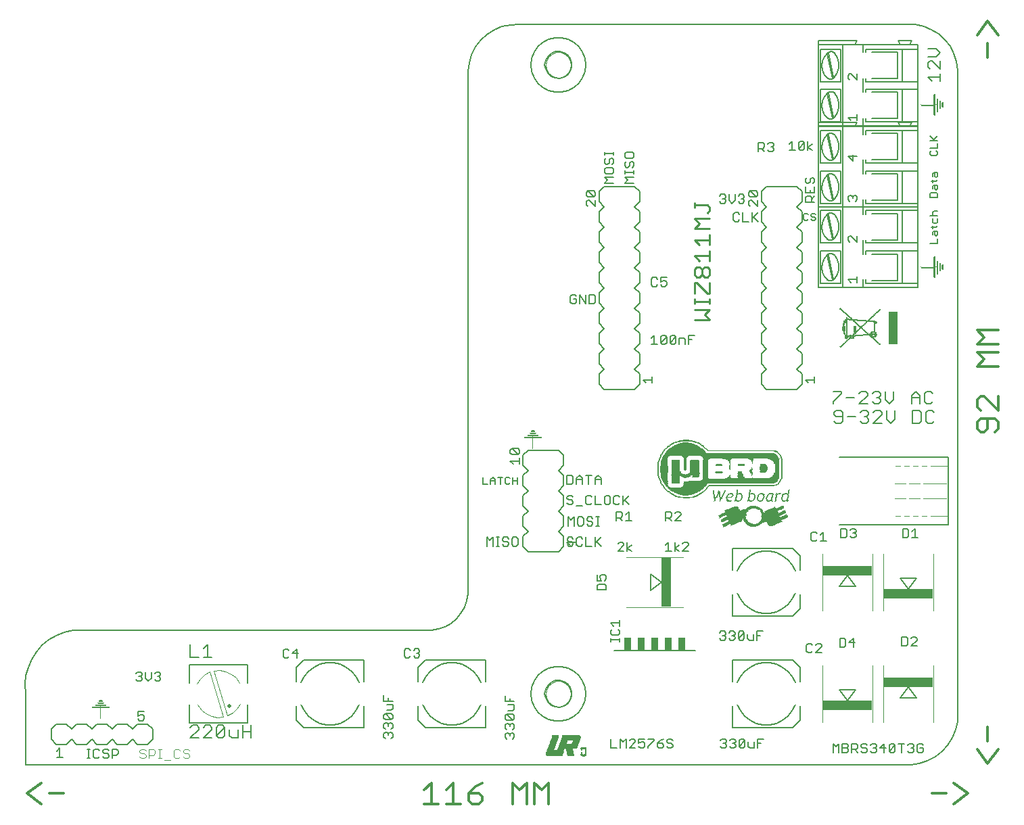
<source format=gto>
G75*
G70*
%OFA0B0*%
%FSLAX24Y24*%
%IPPOS*%
%LPD*%
%AMOC8*
5,1,8,0,0,1.08239X$1,22.5*
%
%ADD10C,0.0080*%
%ADD11R,0.0030X0.0030*%
%ADD12R,0.0120X0.0030*%
%ADD13R,0.0300X0.0030*%
%ADD14R,0.0210X0.0030*%
%ADD15R,0.0480X0.0030*%
%ADD16R,0.0270X0.0030*%
%ADD17R,0.0090X0.0030*%
%ADD18R,0.0600X0.0030*%
%ADD19R,0.0330X0.0030*%
%ADD20R,0.0180X0.0030*%
%ADD21R,0.0660X0.0030*%
%ADD22R,0.0420X0.0030*%
%ADD23R,0.0360X0.0030*%
%ADD24R,0.0240X0.0030*%
%ADD25R,0.0570X0.0030*%
%ADD26R,0.0750X0.0030*%
%ADD27R,0.1110X0.0030*%
%ADD28R,0.1050X0.0030*%
%ADD29R,0.0690X0.0030*%
%ADD30R,0.1020X0.0030*%
%ADD31R,0.0720X0.0030*%
%ADD32R,0.1080X0.0030*%
%ADD33R,0.0150X0.0030*%
%ADD34R,0.1140X0.0030*%
%ADD35R,0.1200X0.0030*%
%ADD36R,0.1260X0.0030*%
%ADD37R,0.0930X0.0030*%
%ADD38R,0.0900X0.0030*%
%ADD39R,0.0960X0.0030*%
%ADD40R,0.0870X0.0030*%
%ADD41R,0.0990X0.0030*%
%ADD42R,0.1320X0.0030*%
%ADD43R,0.1170X0.0030*%
%ADD44R,0.0060X0.0030*%
%ADD45R,0.0390X0.0030*%
%ADD46R,0.0810X0.0030*%
%ADD47R,0.1230X0.0030*%
%ADD48R,0.1410X0.0030*%
%ADD49R,0.1500X0.0030*%
%ADD50R,0.1560X0.0030*%
%ADD51R,0.1650X0.0030*%
%ADD52R,0.1710X0.0030*%
%ADD53R,0.1770X0.0030*%
%ADD54R,0.3270X0.0030*%
%ADD55R,0.3330X0.0030*%
%ADD56R,0.4470X0.0030*%
%ADD57R,0.4530X0.0030*%
%ADD58R,0.4590X0.0030*%
%ADD59R,0.4380X0.0030*%
%ADD60R,0.3780X0.0030*%
%ADD61R,0.3750X0.0030*%
%ADD62R,0.2670X0.0030*%
%ADD63R,0.0450X0.0030*%
%ADD64R,0.1380X0.0030*%
%ADD65R,0.0540X0.0030*%
%ADD66R,0.0510X0.0030*%
%ADD67R,0.3810X0.0030*%
%ADD68R,0.5610X0.0030*%
%ADD69R,0.5550X0.0030*%
%ADD70R,0.5520X0.0030*%
%ADD71R,0.5460X0.0030*%
%ADD72R,0.5370X0.0030*%
%ADD73R,0.2010X0.0030*%
%ADD74R,0.1950X0.0030*%
%ADD75R,0.1920X0.0030*%
%ADD76R,0.1860X0.0030*%
%ADD77R,0.3390X0.0030*%
%ADD78R,0.1800X0.0030*%
%ADD79R,0.1740X0.0030*%
%ADD80C,0.0050*%
%ADD81R,0.0010X0.0200*%
%ADD82R,0.0010X0.0220*%
%ADD83R,0.0010X0.0240*%
%ADD84R,0.0010X0.0350*%
%ADD85R,0.0010X0.0370*%
%ADD86R,0.0010X0.0390*%
%ADD87R,0.0010X0.0600*%
%ADD88R,0.0010X0.0620*%
%ADD89R,0.0010X0.0640*%
%ADD90R,0.0010X0.0010*%
%ADD91R,0.0010X0.1030*%
%ADD92R,0.0010X0.1050*%
%ADD93R,0.0010X0.1070*%
%ADD94R,0.0010X0.0040*%
%ADD95R,0.0010X0.0030*%
%ADD96R,0.0144X0.0003*%
%ADD97R,0.0144X0.0003*%
%ADD98R,0.0744X0.0003*%
%ADD99R,0.0336X0.0003*%
%ADD100R,0.0216X0.0003*%
%ADD101R,0.0744X0.0003*%
%ADD102R,0.0336X0.0003*%
%ADD103R,0.0216X0.0003*%
%ADD104R,0.0768X0.0003*%
%ADD105R,0.0312X0.0003*%
%ADD106R,0.0240X0.0003*%
%ADD107R,0.0768X0.0003*%
%ADD108R,0.0312X0.0003*%
%ADD109R,0.0240X0.0003*%
%ADD110R,0.0792X0.0003*%
%ADD111R,0.0120X0.0003*%
%ADD112R,0.0792X0.0003*%
%ADD113R,0.0120X0.0003*%
%ADD114R,0.0816X0.0003*%
%ADD115R,0.0096X0.0003*%
%ADD116R,0.0096X0.0003*%
%ADD117R,0.0816X0.0003*%
%ADD118R,0.0096X0.0003*%
%ADD119R,0.0096X0.0003*%
%ADD120R,0.0336X0.0003*%
%ADD121R,0.0336X0.0003*%
%ADD122R,0.0840X0.0003*%
%ADD123R,0.0840X0.0003*%
%ADD124R,0.0816X0.0003*%
%ADD125R,0.0816X0.0003*%
%ADD126R,0.0312X0.0003*%
%ADD127R,0.0264X0.0003*%
%ADD128R,0.0312X0.0003*%
%ADD129R,0.0264X0.0003*%
%ADD130R,0.0912X0.0003*%
%ADD131R,0.0912X0.0003*%
%ADD132R,0.0912X0.0003*%
%ADD133R,0.0192X0.0003*%
%ADD134R,0.0912X0.0003*%
%ADD135R,0.0192X0.0003*%
%ADD136R,0.0936X0.0003*%
%ADD137R,0.0936X0.0003*%
%ADD138R,0.0936X0.0003*%
%ADD139R,0.0936X0.0003*%
%ADD140R,0.0864X0.0003*%
%ADD141R,0.0864X0.0003*%
%ADD142R,0.0005X0.1605*%
%ADD143R,0.0005X0.1560*%
%ADD144R,0.0005X0.0065*%
%ADD145R,0.0005X0.0045*%
%ADD146R,0.0005X0.0070*%
%ADD147R,0.0005X0.0085*%
%ADD148R,0.0005X0.0090*%
%ADD149R,0.0005X0.0135*%
%ADD150R,0.0005X0.0110*%
%ADD151R,0.0005X0.0175*%
%ADD152R,0.0005X0.0180*%
%ADD153R,0.0005X0.0220*%
%ADD154R,0.0005X0.0265*%
%ADD155R,0.0005X0.0615*%
%ADD156R,0.0005X0.0595*%
%ADD157R,0.0005X0.0575*%
%ADD158R,0.0005X0.0375*%
%ADD159R,0.0005X0.0050*%
%ADD160R,0.0005X0.0155*%
%ADD161R,0.0005X0.0150*%
%ADD162R,0.0005X0.0130*%
%ADD163R,0.0005X0.0040*%
%ADD164R,0.0005X0.0305*%
%ADD165R,0.0005X0.0285*%
%ADD166R,0.0005X0.0105*%
%ADD167R,0.0005X0.0060*%
%ADD168R,0.0005X0.0370*%
%ADD169R,0.0005X0.0395*%
%ADD170R,0.0005X0.0415*%
%ADD171R,0.0005X0.0330*%
%ADD172R,0.0005X0.0240*%
%ADD173R,0.0005X0.1050*%
%ADD174R,0.0005X0.1055*%
%ADD175R,0.0005X0.1060*%
%ADD176R,0.0005X0.0195*%
%ADD177R,0.0005X0.0080*%
%ADD178R,0.0005X0.0115*%
%ADD179R,0.0005X0.0260*%
%ADD180R,0.0005X0.0020*%
%ADD181R,0.0005X0.0570*%
%ADD182R,0.0005X0.0380*%
%ADD183R,0.0005X0.0075*%
%ADD184R,0.0005X0.0025*%
%ADD185R,0.0005X0.0015*%
%ADD186C,0.0100*%
%ADD187C,0.0040*%
%ADD188C,0.0060*%
%ADD189R,0.0160X0.0008*%
%ADD190R,0.0176X0.0008*%
%ADD191R,0.0192X0.0008*%
%ADD192R,0.0192X0.0008*%
%ADD193R,0.0280X0.0008*%
%ADD194R,0.0296X0.0008*%
%ADD195R,0.0312X0.0008*%
%ADD196R,0.0296X0.0008*%
%ADD197R,0.0280X0.0008*%
%ADD198R,0.0480X0.0008*%
%ADD199R,0.0496X0.0008*%
%ADD200R,0.0512X0.0008*%
%ADD201R,0.0512X0.0008*%
%ADD202R,0.0008X0.0008*%
%ADD203R,0.0008X0.0008*%
%ADD204R,0.0824X0.0008*%
%ADD205R,0.0840X0.0008*%
%ADD206R,0.0856X0.0008*%
%ADD207R,0.0856X0.0008*%
%ADD208R,0.0032X0.0008*%
%ADD209R,0.0032X0.0008*%
%ADD210R,0.0024X0.0008*%
%ADD211C,0.0140*%
%ADD212R,0.0380X0.0660*%
%ADD213R,0.0492X0.2441*%
%ADD214R,0.2441X0.0492*%
%ADD215C,0.0197*%
%ADD216C,0.0000*%
D10*
X000685Y002500D02*
X000685Y006043D01*
X000660Y006471D01*
X000701Y006897D01*
X000809Y007311D01*
X000981Y007704D01*
X001212Y008065D01*
X001496Y008385D01*
X001827Y008657D01*
X002197Y008874D01*
X002596Y009030D01*
X003014Y009122D01*
X020678Y009122D01*
X020386Y007653D02*
X020032Y007299D01*
X020032Y006590D01*
X020386Y007653D02*
X023339Y007653D01*
X023339Y006590D01*
X023339Y005409D02*
X023339Y004346D01*
X020386Y004346D01*
X020032Y004700D01*
X020032Y005409D01*
X020248Y005449D02*
X020402Y005150D01*
X020617Y004891D01*
X020884Y004686D01*
X021188Y004543D01*
X021517Y004470D01*
X021853Y004470D01*
X022182Y004543D01*
X022486Y004686D01*
X022753Y004891D01*
X022968Y005150D01*
X023122Y005449D01*
X023122Y006551D02*
X022968Y006850D01*
X022753Y007109D01*
X022486Y007314D01*
X022182Y007457D01*
X021853Y007530D01*
X021517Y007530D01*
X021188Y007457D01*
X020884Y007314D01*
X020617Y007109D01*
X020402Y006850D01*
X020248Y006551D01*
X017339Y006590D02*
X017339Y007653D01*
X014386Y007653D01*
X014032Y007299D01*
X014032Y006590D01*
X014032Y005409D02*
X014032Y004700D01*
X014386Y004346D01*
X017339Y004346D01*
X017339Y005409D01*
X017122Y005449D02*
X016968Y005150D01*
X016753Y004891D01*
X016486Y004686D01*
X016182Y004543D01*
X015853Y004470D01*
X015517Y004470D01*
X015188Y004543D01*
X014884Y004686D01*
X014617Y004891D01*
X014402Y005150D01*
X014248Y005449D01*
X014248Y006551D02*
X014402Y006850D01*
X014617Y007109D01*
X014884Y007314D01*
X015188Y007457D01*
X015517Y007530D01*
X015853Y007530D01*
X016182Y007457D01*
X016486Y007314D01*
X016753Y007109D01*
X016968Y006850D01*
X017122Y006551D01*
X011622Y006531D02*
X011622Y007437D01*
X008748Y007437D01*
X008748Y006531D01*
X008748Y005468D02*
X008748Y004563D01*
X011622Y004563D01*
X011622Y005468D01*
X011790Y004449D02*
X011790Y003829D01*
X011790Y004139D02*
X011376Y004139D01*
X011145Y004243D02*
X011145Y003829D01*
X010835Y003829D01*
X010732Y003932D01*
X010732Y004243D01*
X010501Y004346D02*
X010087Y003932D01*
X010191Y003829D01*
X010397Y003829D01*
X010501Y003932D01*
X010501Y004346D01*
X010397Y004449D01*
X010191Y004449D01*
X010087Y004346D01*
X010087Y003932D01*
X009856Y003829D02*
X009443Y003829D01*
X009856Y004243D01*
X009856Y004346D01*
X009753Y004449D01*
X009546Y004449D01*
X009443Y004346D01*
X009212Y004346D02*
X009108Y004449D01*
X008902Y004449D01*
X008798Y004346D01*
X009212Y004346D02*
X009212Y004243D01*
X008798Y003829D01*
X009212Y003829D01*
X011376Y003829D02*
X011376Y004449D01*
X009856Y007811D02*
X009443Y007811D01*
X009650Y007811D02*
X009650Y008432D01*
X009443Y008225D01*
X009212Y007811D02*
X008798Y007811D01*
X008798Y008432D01*
X000685Y002500D02*
X044302Y002500D01*
X044302Y002499D02*
X044724Y002558D01*
X045130Y002689D01*
X045507Y002889D01*
X045844Y003151D01*
X046129Y003468D01*
X046356Y003829D01*
X046516Y004225D01*
X046605Y004642D01*
X046621Y005068D01*
X046620Y005068D02*
X046620Y036744D01*
X045745Y036797D02*
X045358Y037184D01*
X045262Y037184D01*
X045165Y037087D01*
X045165Y036894D01*
X045262Y036797D01*
X045165Y036383D02*
X045745Y036383D01*
X045745Y036190D02*
X045745Y036576D01*
X045745Y036797D02*
X045745Y037184D01*
X045552Y037405D02*
X045745Y037598D01*
X045552Y037792D01*
X045165Y037792D01*
X045165Y037405D02*
X045552Y037405D01*
X045165Y036383D02*
X045358Y036190D01*
X046621Y036744D02*
X046563Y037155D01*
X046434Y037551D01*
X046239Y037918D01*
X045983Y038245D01*
X045675Y038523D01*
X045322Y038743D01*
X044937Y038899D01*
X044530Y038985D01*
X044115Y039000D01*
X044114Y039000D02*
X024988Y039000D01*
X026266Y037000D02*
X026302Y037217D01*
X026407Y037411D01*
X026569Y037560D01*
X026771Y037649D01*
X026990Y037667D01*
X027204Y037613D01*
X027388Y037492D01*
X027523Y037318D01*
X027595Y037110D01*
X027595Y036890D01*
X027523Y036682D01*
X027388Y036508D01*
X027204Y036387D01*
X026990Y036333D01*
X026771Y036351D01*
X026569Y036440D01*
X026407Y036589D01*
X026302Y036783D01*
X026266Y037000D01*
X024988Y038999D02*
X024570Y038980D01*
X024161Y038888D01*
X023774Y038727D01*
X023421Y038501D01*
X023112Y038217D01*
X022858Y037884D01*
X022665Y037512D01*
X022540Y037112D01*
X022486Y036697D01*
X022485Y036697D02*
X022485Y011279D01*
X022486Y010932D01*
X022426Y010591D01*
X022307Y010264D01*
X022134Y009964D01*
X021911Y009698D01*
X021646Y009475D01*
X021345Y009301D01*
X021019Y009182D01*
X020678Y009122D01*
X026266Y006000D02*
X026302Y006217D01*
X026407Y006411D01*
X026569Y006560D01*
X026771Y006649D01*
X026990Y006667D01*
X027204Y006613D01*
X027388Y006492D01*
X027523Y006318D01*
X027595Y006110D01*
X027595Y005890D01*
X027523Y005682D01*
X027388Y005508D01*
X027204Y005387D01*
X026990Y005333D01*
X026771Y005351D01*
X026569Y005440D01*
X026407Y005589D01*
X026302Y005783D01*
X026266Y006000D01*
X029680Y008133D02*
X033691Y008133D01*
X035532Y007653D02*
X035532Y006590D01*
X035532Y007653D02*
X038485Y007653D01*
X038839Y007299D01*
X038839Y006590D01*
X038839Y005409D02*
X038839Y004700D01*
X038485Y004346D01*
X035532Y004346D01*
X035532Y005409D01*
X035748Y006551D02*
X035902Y006850D01*
X036117Y007109D01*
X036384Y007314D01*
X036688Y007457D01*
X037017Y007530D01*
X037353Y007530D01*
X037682Y007457D01*
X037986Y007314D01*
X038253Y007109D01*
X038468Y006850D01*
X038622Y006551D01*
X038622Y005449D02*
X038468Y005150D01*
X038253Y004891D01*
X037986Y004686D01*
X037682Y004543D01*
X037353Y004470D01*
X037017Y004470D01*
X036688Y004543D01*
X036384Y004686D01*
X036117Y004891D01*
X035902Y005150D01*
X035748Y005449D01*
X040792Y006213D02*
X041579Y006213D01*
X041185Y005673D01*
X040792Y006213D01*
X043792Y005786D02*
X044579Y005786D01*
X044185Y006326D01*
X043792Y005786D01*
X038839Y010200D02*
X038485Y009846D01*
X035532Y009846D01*
X035532Y010909D01*
X035532Y012090D02*
X035532Y013153D01*
X038485Y013153D01*
X038839Y012799D01*
X038839Y012090D01*
X038839Y010909D02*
X038839Y010200D01*
X038622Y012051D02*
X038468Y012350D01*
X038253Y012609D01*
X037986Y012814D01*
X037682Y012957D01*
X037353Y013030D01*
X037017Y013030D01*
X036688Y012957D01*
X036384Y012814D01*
X036117Y012609D01*
X035902Y012350D01*
X035748Y012051D01*
X035748Y010949D02*
X035902Y010650D01*
X036117Y010391D01*
X036384Y010186D01*
X036688Y010043D01*
X037017Y009970D01*
X037353Y009970D01*
X037682Y010043D01*
X037986Y010186D01*
X038253Y010391D01*
X038468Y010650D01*
X038622Y010949D01*
X040792Y011286D02*
X041579Y011286D01*
X041185Y011826D01*
X040792Y011286D01*
X043792Y011713D02*
X044185Y011173D01*
X044579Y011713D01*
X043792Y011713D01*
X046145Y014326D02*
X040772Y014326D01*
X040772Y017673D02*
X046145Y017673D01*
X046145Y014326D01*
X045347Y019340D02*
X045140Y019340D01*
X045037Y019443D01*
X045037Y019857D01*
X045140Y019960D01*
X045347Y019960D01*
X045451Y019857D01*
X045451Y019443D02*
X045347Y019340D01*
X044806Y019443D02*
X044806Y019857D01*
X044703Y019960D01*
X044393Y019960D01*
X044393Y019340D01*
X044703Y019340D01*
X044806Y019443D01*
X044756Y020290D02*
X044756Y020703D01*
X044549Y020910D01*
X044343Y020703D01*
X044343Y020290D01*
X044343Y020600D02*
X044756Y020600D01*
X044987Y020807D02*
X044987Y020393D01*
X045090Y020290D01*
X045297Y020290D01*
X045401Y020393D01*
X045401Y020807D02*
X045297Y020910D01*
X045090Y020910D01*
X044987Y020807D01*
X043467Y020910D02*
X043467Y020496D01*
X043260Y020290D01*
X043053Y020496D01*
X043053Y020910D01*
X042823Y020807D02*
X042823Y020703D01*
X042719Y020600D01*
X042823Y020496D01*
X042823Y020393D01*
X042719Y020290D01*
X042512Y020290D01*
X042409Y020393D01*
X042178Y020290D02*
X041764Y020290D01*
X042178Y020703D01*
X042178Y020807D01*
X042075Y020910D01*
X041868Y020910D01*
X041764Y020807D01*
X041534Y020600D02*
X041120Y020600D01*
X040889Y020807D02*
X040475Y020393D01*
X040475Y020290D01*
X040629Y019960D02*
X040525Y019857D01*
X040525Y019753D01*
X040629Y019650D01*
X040939Y019650D01*
X040939Y019857D02*
X040836Y019960D01*
X040629Y019960D01*
X040939Y019857D02*
X040939Y019443D01*
X040836Y019340D01*
X040629Y019340D01*
X040525Y019443D01*
X041170Y019650D02*
X041584Y019650D01*
X041814Y019857D02*
X041918Y019960D01*
X042125Y019960D01*
X042228Y019857D01*
X042228Y019753D01*
X042125Y019650D01*
X042228Y019546D01*
X042228Y019443D01*
X042125Y019340D01*
X041918Y019340D01*
X041814Y019443D01*
X042021Y019650D02*
X042125Y019650D01*
X042459Y019857D02*
X042562Y019960D01*
X042769Y019960D01*
X042873Y019857D01*
X042873Y019753D01*
X042459Y019340D01*
X042873Y019340D01*
X043103Y019546D02*
X043310Y019340D01*
X043517Y019546D01*
X043517Y019960D01*
X043103Y019960D02*
X043103Y019546D01*
X042719Y020600D02*
X042616Y020600D01*
X042823Y020807D02*
X042719Y020910D01*
X042512Y020910D01*
X042409Y020807D01*
X040889Y020807D02*
X040889Y020910D01*
X040475Y020910D01*
X032012Y011500D02*
X031472Y011893D01*
X031472Y011106D01*
X032012Y011500D01*
D11*
X035075Y014210D03*
X034985Y014450D03*
X034895Y014630D03*
X035465Y014270D03*
X035645Y015470D03*
X036275Y015470D03*
X036515Y016640D03*
X036485Y016730D03*
X036485Y016760D03*
X036485Y017090D03*
X036485Y017120D03*
X036515Y017330D03*
X036515Y017360D03*
X036515Y017390D03*
X035405Y017330D03*
X035405Y017300D03*
X035405Y017270D03*
X035405Y017030D03*
X035405Y016760D03*
X034865Y016010D03*
X034865Y015980D03*
X034925Y015500D03*
X034925Y015470D03*
X034625Y015470D03*
X037625Y015200D03*
X038105Y015020D03*
X038195Y014840D03*
D12*
X038180Y014780D03*
X038060Y014990D03*
X037970Y015230D03*
X038060Y015470D03*
X038210Y015530D03*
X038030Y015800D03*
X037850Y015860D03*
X037700Y015800D03*
X037430Y015530D03*
X037040Y015800D03*
X036500Y015860D03*
X036320Y015530D03*
X035870Y015860D03*
X035690Y015530D03*
X035270Y015530D03*
X034940Y015590D03*
X034940Y015620D03*
X034850Y015890D03*
X034850Y015920D03*
X034010Y015890D03*
X033950Y015860D03*
X033920Y015830D03*
X033860Y015800D03*
X033800Y015770D03*
X033200Y016640D03*
X032330Y016190D03*
X032300Y016220D03*
X032270Y016280D03*
X032360Y015950D03*
X032390Y015920D03*
X032480Y015860D03*
X032540Y015830D03*
X032660Y015770D03*
X034910Y014690D03*
X035030Y014480D03*
X035120Y014240D03*
X036980Y014930D03*
X037730Y016310D03*
X036440Y016880D03*
X036440Y016910D03*
X036440Y017030D03*
X036470Y017510D03*
X037700Y017900D03*
X035360Y017480D03*
X035360Y016670D03*
X034040Y018200D03*
X034010Y018230D03*
X033920Y018290D03*
X033860Y018320D03*
X032660Y018350D03*
X032600Y018320D03*
X032540Y018290D03*
X032480Y018260D03*
X032390Y018200D03*
X032360Y018170D03*
D13*
X032210Y017630D03*
X032180Y017540D03*
X032180Y017510D03*
X032180Y016610D03*
X032180Y016580D03*
X033230Y015770D03*
X034220Y016610D03*
X035360Y015680D03*
X035780Y015500D03*
X035840Y015830D03*
X036470Y015830D03*
X036410Y015500D03*
X036560Y015230D03*
X037340Y015500D03*
X038150Y015830D03*
X037670Y016760D03*
X037670Y017420D03*
X037040Y017270D03*
X035930Y016730D03*
X035930Y016700D03*
X034970Y014750D03*
X036560Y014240D03*
X038120Y014720D03*
X033230Y018350D03*
X033260Y018500D03*
D14*
X033185Y017630D03*
X032225Y016400D03*
X033635Y015710D03*
X035045Y014510D03*
X035135Y014270D03*
X036185Y014480D03*
X036245Y014420D03*
X036875Y014390D03*
X037415Y014270D03*
X038045Y014960D03*
X037955Y015200D03*
X037775Y015830D03*
X037415Y015860D03*
X037715Y016910D03*
X037715Y016940D03*
X037715Y016970D03*
X037715Y017000D03*
X037715Y017030D03*
X037715Y017090D03*
X037715Y017120D03*
X037715Y017150D03*
X037715Y017210D03*
X037715Y017240D03*
X037715Y017270D03*
X037715Y017300D03*
X035885Y016880D03*
X035885Y016850D03*
X035675Y015200D03*
D15*
X035600Y015110D03*
X036560Y015200D03*
X036560Y014270D03*
X037490Y014360D03*
X037580Y016640D03*
X037580Y017540D03*
X033650Y016910D03*
X033650Y016880D03*
X032750Y016850D03*
D16*
X032195Y016550D03*
X032195Y016520D03*
X032195Y016490D03*
X032195Y017570D03*
X032195Y017600D03*
X032225Y017660D03*
X034205Y017540D03*
X034835Y017300D03*
X035915Y016790D03*
X035915Y016760D03*
X036425Y017570D03*
X037025Y016910D03*
X037685Y016820D03*
X037685Y016790D03*
X037685Y017390D03*
X037415Y015830D03*
X036935Y015830D03*
X036875Y015500D03*
X036305Y015110D03*
X036245Y015080D03*
X036275Y014390D03*
X036935Y014420D03*
X036995Y014450D03*
X038015Y014930D03*
X037925Y015170D03*
X035165Y014300D03*
X035075Y014540D03*
D17*
X034925Y014660D03*
X035495Y014300D03*
X035675Y015560D03*
X035705Y015680D03*
X035705Y015710D03*
X035735Y015800D03*
X035735Y015860D03*
X035735Y015890D03*
X035765Y016040D03*
X035945Y015800D03*
X035975Y015770D03*
X035975Y015620D03*
X035945Y015560D03*
X035915Y015530D03*
X036305Y015560D03*
X036335Y015680D03*
X036335Y015710D03*
X036365Y015800D03*
X036365Y015860D03*
X036365Y015890D03*
X036395Y016040D03*
X036575Y015800D03*
X036605Y015770D03*
X036605Y015620D03*
X036575Y015560D03*
X036545Y015530D03*
X036755Y015560D03*
X036755Y015590D03*
X036755Y015620D03*
X036755Y015650D03*
X036755Y015680D03*
X036785Y015740D03*
X036815Y015800D03*
X037055Y015770D03*
X037055Y015740D03*
X037055Y015680D03*
X037055Y015650D03*
X037025Y015590D03*
X037025Y015560D03*
X036995Y015530D03*
X036785Y015530D03*
X037205Y015530D03*
X037205Y015560D03*
X037205Y015650D03*
X037205Y015680D03*
X037235Y015740D03*
X037265Y015770D03*
X037295Y015800D03*
X037505Y015800D03*
X037475Y015680D03*
X037445Y015590D03*
X037445Y015560D03*
X037475Y015470D03*
X037625Y015470D03*
X037655Y015620D03*
X037655Y015650D03*
X037685Y015740D03*
X037685Y015770D03*
X037955Y015680D03*
X037955Y015650D03*
X037955Y015620D03*
X037955Y015590D03*
X037955Y015560D03*
X037985Y015530D03*
X037985Y015740D03*
X038255Y015770D03*
X038255Y015800D03*
X038285Y015860D03*
X038255Y015710D03*
X038255Y015680D03*
X038225Y015590D03*
X038225Y015560D03*
X037595Y015170D03*
X038165Y014810D03*
X038315Y016040D03*
X037865Y016460D03*
X037895Y016520D03*
X037925Y016580D03*
X037805Y016400D03*
X037775Y016370D03*
X037775Y016340D03*
X036455Y016850D03*
X036485Y017480D03*
X037745Y017870D03*
X037775Y017840D03*
X037805Y017810D03*
X037835Y017780D03*
X037865Y017750D03*
X037895Y017690D03*
X037925Y017600D03*
X035525Y015800D03*
X035525Y015740D03*
X035495Y015710D03*
X035315Y015800D03*
X035285Y015770D03*
X035255Y015740D03*
X035255Y015710D03*
X035225Y015650D03*
X035225Y015620D03*
X035015Y015710D03*
X035015Y015740D03*
X035045Y015770D03*
X035075Y015830D03*
X035105Y015890D03*
X035135Y015950D03*
X035165Y016010D03*
X034865Y015950D03*
X034775Y015800D03*
X034775Y015770D03*
X034745Y015740D03*
X034745Y015710D03*
X034655Y015590D03*
X034655Y015560D03*
X034925Y015560D03*
X034925Y015530D03*
X034895Y015710D03*
X034895Y015740D03*
X034895Y015770D03*
X034595Y015830D03*
X034595Y015860D03*
X034595Y015890D03*
X034595Y015920D03*
X034325Y016190D03*
X034295Y016160D03*
X034265Y016130D03*
X034235Y016100D03*
X034145Y016010D03*
X034115Y015980D03*
X034085Y015950D03*
X034055Y015920D03*
X035375Y016700D03*
X035375Y017120D03*
X035375Y017150D03*
X035375Y017180D03*
X035375Y017450D03*
X034115Y018140D03*
X034085Y018170D03*
X033965Y018260D03*
X033185Y017000D03*
X032105Y016220D03*
X032075Y016250D03*
X032045Y016310D03*
X032165Y016130D03*
X032195Y016100D03*
X032225Y016070D03*
X032255Y016040D03*
X032285Y016010D03*
X032315Y015980D03*
X032435Y015890D03*
X031865Y016730D03*
X031835Y016940D03*
X031835Y016970D03*
X031835Y017000D03*
X031835Y017030D03*
X031835Y017060D03*
X031835Y017090D03*
X031835Y017120D03*
X031835Y017150D03*
X031835Y017180D03*
X031865Y017390D03*
X032045Y017810D03*
X032075Y017870D03*
X032165Y017990D03*
X032195Y018020D03*
X032225Y018050D03*
X032255Y018080D03*
X032285Y018110D03*
X032315Y018140D03*
X032435Y018230D03*
D18*
X033230Y018320D03*
X033230Y015800D03*
X035390Y014360D03*
X035450Y014390D03*
X035510Y014420D03*
X035570Y014450D03*
X036560Y014300D03*
X036560Y015170D03*
X037520Y015020D03*
X037580Y015050D03*
X037640Y015080D03*
X037700Y015110D03*
D19*
X037895Y015140D03*
X037985Y014900D03*
X038105Y015500D03*
X037655Y016730D03*
X037025Y016940D03*
X037655Y017450D03*
X035945Y017300D03*
X035945Y017270D03*
X035945Y017240D03*
X035945Y016670D03*
X034865Y016880D03*
X034835Y017240D03*
X034835Y017270D03*
X034235Y017570D03*
X033695Y016670D03*
X033215Y016670D03*
X032975Y015680D03*
X033245Y015620D03*
X032165Y016640D03*
X032165Y016670D03*
X032165Y016700D03*
X032165Y016730D03*
X032165Y017390D03*
X032165Y017420D03*
X032165Y017450D03*
X032165Y017480D03*
X032255Y017690D03*
X033185Y017690D03*
X035645Y015170D03*
X036125Y015020D03*
X035105Y014570D03*
X035195Y014330D03*
X037445Y014300D03*
D20*
X038150Y014750D03*
X037580Y015140D03*
X036890Y015050D03*
X036860Y015080D03*
X036140Y014570D03*
X036140Y014540D03*
X036170Y014510D03*
X036200Y014450D03*
X035510Y014330D03*
X034940Y014720D03*
X035360Y015470D03*
X034670Y015680D03*
X033710Y015740D03*
X032240Y016340D03*
X032240Y016370D03*
X033650Y018410D03*
X035870Y016940D03*
X035870Y016910D03*
X035360Y016640D03*
X036440Y017540D03*
X037640Y017930D03*
X037730Y017180D03*
X037730Y017060D03*
D21*
X037430Y014960D03*
X037550Y014420D03*
X036560Y014330D03*
X035660Y014510D03*
X035540Y015050D03*
X033200Y015650D03*
X032840Y016790D03*
X033560Y016790D03*
X033230Y018470D03*
D22*
X033650Y017510D03*
X032720Y017510D03*
X032720Y017480D03*
X032720Y017450D03*
X032720Y017420D03*
X032720Y017390D03*
X032720Y017360D03*
X032720Y017330D03*
X032720Y017300D03*
X032720Y017270D03*
X032720Y017240D03*
X032720Y017210D03*
X032720Y017180D03*
X032720Y017150D03*
X032720Y017120D03*
X032720Y017090D03*
X032720Y017060D03*
X032720Y017030D03*
X032720Y017000D03*
X032720Y016970D03*
X032720Y016700D03*
X032720Y016670D03*
X032720Y016640D03*
X032720Y016610D03*
X032720Y016580D03*
X032720Y016550D03*
X032720Y016520D03*
X032720Y016490D03*
X032720Y016460D03*
X032720Y016430D03*
X032720Y016400D03*
X032720Y016370D03*
X035630Y015140D03*
X037460Y014330D03*
X037610Y016670D03*
X037610Y017510D03*
D23*
X037640Y017480D03*
X037040Y017240D03*
X037040Y017210D03*
X037040Y017000D03*
X037040Y016970D03*
X037640Y016700D03*
X035960Y016640D03*
X034850Y016940D03*
X033710Y016730D03*
X033710Y016700D03*
X032150Y016760D03*
X032150Y016790D03*
X032150Y016820D03*
X032150Y016850D03*
X032150Y016880D03*
X032150Y017240D03*
X032150Y017270D03*
X032150Y017300D03*
X032150Y017330D03*
X032150Y017360D03*
X035000Y014780D03*
X036170Y015050D03*
X036350Y014360D03*
X038090Y014690D03*
D24*
X036830Y014360D03*
X036830Y015110D03*
X035420Y015830D03*
X035360Y015500D03*
X034190Y016640D03*
X034190Y016670D03*
X034190Y016700D03*
X034190Y016730D03*
X034190Y016760D03*
X034190Y016790D03*
X034190Y016820D03*
X034190Y016850D03*
X034190Y016880D03*
X034190Y016910D03*
X034190Y016940D03*
X034190Y016970D03*
X034190Y017000D03*
X034190Y017030D03*
X034190Y017060D03*
X034190Y017090D03*
X034190Y017120D03*
X034190Y017150D03*
X034190Y017180D03*
X034190Y017210D03*
X034190Y017240D03*
X034190Y017270D03*
X034190Y017300D03*
X034190Y017330D03*
X034190Y017360D03*
X034190Y017390D03*
X034190Y017420D03*
X034190Y017450D03*
X034190Y017480D03*
X034190Y017510D03*
X033200Y017660D03*
X032810Y018410D03*
X032210Y016460D03*
X032210Y016430D03*
X032810Y015710D03*
X035330Y017540D03*
X035900Y016820D03*
X037010Y017300D03*
X037700Y017330D03*
X037700Y017360D03*
X037700Y016880D03*
X037700Y016850D03*
D25*
X037535Y017570D03*
X037445Y014990D03*
X037505Y014390D03*
X035645Y014480D03*
X035585Y015080D03*
X033605Y016820D03*
D26*
X035525Y015020D03*
X037565Y014450D03*
D27*
X037415Y014480D03*
X035705Y014960D03*
X033665Y016250D03*
X033635Y016220D03*
X033605Y016190D03*
X033215Y015890D03*
X033215Y018230D03*
D28*
X037415Y014510D03*
D29*
X037445Y014930D03*
X036545Y015140D03*
X035645Y014540D03*
D30*
X035510Y014600D03*
X035690Y014690D03*
X037430Y014540D03*
X037460Y014810D03*
D31*
X035660Y014570D03*
D32*
X035660Y014660D03*
X035690Y014930D03*
X037490Y014840D03*
X037460Y014570D03*
D33*
X036965Y014960D03*
X036935Y014990D03*
X036935Y015020D03*
X036875Y015470D03*
X036935Y015860D03*
X037295Y015470D03*
X036425Y015470D03*
X035795Y015470D03*
X035375Y015650D03*
X035435Y015860D03*
X034955Y015680D03*
X034955Y015650D03*
X034835Y015830D03*
X034835Y015860D03*
X034655Y015650D03*
X034655Y015620D03*
X036125Y014600D03*
X037655Y016280D03*
X038135Y015860D03*
X036425Y016940D03*
X036425Y016970D03*
X036425Y017000D03*
X035345Y017510D03*
X033815Y018350D03*
X033725Y018380D03*
X033185Y017600D03*
X033185Y017570D03*
X033185Y017540D03*
X033185Y017510D03*
X033185Y017480D03*
X033185Y017450D03*
X033185Y017420D03*
X033185Y017390D03*
X033185Y017360D03*
X033185Y017330D03*
X033185Y017300D03*
X033185Y017270D03*
X033185Y017240D03*
X033185Y017210D03*
X033185Y017180D03*
X033185Y017150D03*
X033185Y017120D03*
X033185Y017090D03*
X033185Y017060D03*
X033185Y017030D03*
X032255Y016310D03*
X032285Y016250D03*
X032375Y016160D03*
X032585Y015800D03*
X032705Y015740D03*
X032705Y018380D03*
D34*
X033680Y016310D03*
X033680Y016280D03*
X033560Y016160D03*
X035660Y014900D03*
X035630Y014630D03*
X037520Y014600D03*
X037520Y014870D03*
D35*
X037550Y014630D03*
X035600Y014870D03*
D36*
X035570Y014840D03*
X037580Y014660D03*
D37*
X037415Y014690D03*
D38*
X037400Y014720D03*
X035720Y014720D03*
D39*
X035720Y014750D03*
X037430Y014780D03*
X033230Y015860D03*
X032990Y016730D03*
X033230Y018260D03*
D40*
X033245Y018440D03*
X037355Y014900D03*
X037385Y014750D03*
D41*
X035705Y014780D03*
D42*
X035540Y014810D03*
X033230Y015950D03*
X033230Y018170D03*
D43*
X033695Y016340D03*
X035705Y014990D03*
D44*
X035240Y015560D03*
X035240Y015590D03*
X035060Y015800D03*
X035090Y015860D03*
X035120Y015920D03*
X035150Y015980D03*
X034880Y015800D03*
X034610Y015800D03*
X034610Y015770D03*
X034610Y015740D03*
X034610Y015710D03*
X034640Y015530D03*
X034640Y015500D03*
X034580Y015950D03*
X034580Y015980D03*
X034580Y016010D03*
X034220Y016070D03*
X034190Y016040D03*
X035390Y016730D03*
X035390Y017060D03*
X035390Y017090D03*
X035390Y017210D03*
X035390Y017240D03*
X035390Y017360D03*
X035390Y017390D03*
X035390Y017420D03*
X034280Y017990D03*
X034250Y018020D03*
X034220Y018050D03*
X034190Y018080D03*
X034160Y018110D03*
X032150Y017960D03*
X032120Y017930D03*
X032090Y017900D03*
X032060Y017840D03*
X032030Y017780D03*
X032000Y017750D03*
X032000Y017720D03*
X031970Y017690D03*
X031970Y017660D03*
X031940Y017630D03*
X031940Y017600D03*
X031910Y017570D03*
X031910Y017540D03*
X031910Y017510D03*
X031880Y017480D03*
X031880Y017450D03*
X031880Y017420D03*
X031850Y017360D03*
X031850Y017330D03*
X031850Y017300D03*
X031850Y017270D03*
X031850Y017240D03*
X031850Y017210D03*
X031850Y016910D03*
X031850Y016880D03*
X031850Y016850D03*
X031850Y016820D03*
X031850Y016790D03*
X031850Y016760D03*
X031880Y016700D03*
X031880Y016670D03*
X031880Y016640D03*
X031910Y016610D03*
X031910Y016580D03*
X031910Y016550D03*
X031940Y016520D03*
X031940Y016490D03*
X031970Y016460D03*
X031970Y016430D03*
X032000Y016400D03*
X032000Y016370D03*
X032030Y016340D03*
X032060Y016280D03*
X032120Y016190D03*
X032150Y016160D03*
X035540Y015770D03*
X035720Y015770D03*
X035720Y015740D03*
X035690Y015650D03*
X035690Y015620D03*
X035690Y015590D03*
X035960Y015590D03*
X035990Y015650D03*
X035990Y015680D03*
X035990Y015710D03*
X035990Y015740D03*
X035750Y015920D03*
X035750Y015950D03*
X035750Y015980D03*
X035750Y016010D03*
X036380Y016010D03*
X036380Y015980D03*
X036380Y015950D03*
X036380Y015920D03*
X036350Y015770D03*
X036350Y015740D03*
X036320Y015650D03*
X036320Y015620D03*
X036320Y015590D03*
X036590Y015590D03*
X036620Y015650D03*
X036620Y015680D03*
X036620Y015710D03*
X036620Y015740D03*
X036770Y015710D03*
X036800Y015770D03*
X037070Y015710D03*
X037040Y015620D03*
X037190Y015620D03*
X037190Y015590D03*
X037220Y015710D03*
X037460Y015650D03*
X037460Y015620D03*
X037490Y015710D03*
X037490Y015740D03*
X037490Y015770D03*
X037670Y015710D03*
X037670Y015680D03*
X037640Y015590D03*
X037640Y015560D03*
X037640Y015530D03*
X037640Y015500D03*
X037700Y015860D03*
X037970Y015710D03*
X038000Y015770D03*
X038240Y015650D03*
X038240Y015620D03*
X038270Y015740D03*
X038300Y015890D03*
X038300Y015920D03*
X038300Y015950D03*
X038300Y015980D03*
X038300Y016010D03*
X037850Y016430D03*
X037880Y016490D03*
X037910Y016550D03*
X037940Y016610D03*
X037940Y016640D03*
X037940Y016670D03*
X037940Y016700D03*
X037940Y016730D03*
X037940Y016760D03*
X037940Y016790D03*
X037940Y016820D03*
X037940Y016850D03*
X037940Y016880D03*
X037940Y016910D03*
X037940Y016940D03*
X037940Y016970D03*
X037940Y017000D03*
X037940Y017030D03*
X037940Y017060D03*
X037940Y017090D03*
X037940Y017120D03*
X037940Y017150D03*
X037940Y017180D03*
X037940Y017210D03*
X037940Y017240D03*
X037940Y017270D03*
X037940Y017300D03*
X037940Y017330D03*
X037940Y017360D03*
X037940Y017390D03*
X037940Y017420D03*
X037940Y017450D03*
X037940Y017480D03*
X037940Y017510D03*
X037940Y017540D03*
X037940Y017570D03*
X037910Y017630D03*
X037910Y017660D03*
X037880Y017720D03*
X036500Y017450D03*
X036500Y017420D03*
X036470Y017060D03*
X036470Y016820D03*
X036470Y016790D03*
X038210Y015470D03*
D45*
X037055Y017030D03*
X037055Y017060D03*
X037055Y017090D03*
X037055Y017120D03*
X037055Y017150D03*
X037055Y017180D03*
X034865Y016910D03*
X033455Y015680D03*
X032135Y016910D03*
X032135Y016940D03*
X032135Y016970D03*
X032135Y017000D03*
X032135Y017030D03*
X032135Y017060D03*
X032135Y017090D03*
X032135Y017120D03*
X032135Y017150D03*
X032135Y017180D03*
X032135Y017210D03*
D46*
X033215Y018290D03*
X033215Y015830D03*
D47*
X033215Y015920D03*
X033215Y018200D03*
D48*
X033215Y018140D03*
X033215Y015980D03*
D49*
X033230Y016010D03*
X033230Y018110D03*
D50*
X033230Y018080D03*
X033230Y016040D03*
D51*
X033215Y016070D03*
X033215Y018050D03*
D52*
X033215Y016100D03*
D53*
X033215Y016130D03*
D54*
X035945Y016220D03*
D55*
X036005Y016250D03*
D56*
X035345Y016370D03*
D57*
X035375Y016400D03*
D58*
X035405Y016430D03*
D59*
X035540Y016460D03*
D60*
X035840Y016490D03*
D61*
X035885Y016520D03*
X035915Y016550D03*
X035915Y016580D03*
X035915Y017600D03*
X035915Y017630D03*
X035885Y017660D03*
D62*
X036485Y016610D03*
D63*
X035255Y017570D03*
X033665Y017480D03*
X033665Y017450D03*
X033665Y017420D03*
X033665Y017390D03*
X033665Y017360D03*
X033665Y017330D03*
X033665Y017300D03*
X033665Y017270D03*
X033665Y017240D03*
X033665Y017210D03*
X033665Y017180D03*
X033665Y017150D03*
X033665Y017120D03*
X033665Y017090D03*
X033665Y017060D03*
X033665Y017030D03*
X033665Y017000D03*
X033665Y016970D03*
X033665Y016940D03*
X033215Y016700D03*
X032735Y016880D03*
X032735Y016910D03*
X032735Y016940D03*
D64*
X033200Y016760D03*
D65*
X032780Y016820D03*
D66*
X033635Y016850D03*
D67*
X035855Y017690D03*
D68*
X034925Y017720D03*
D69*
X034925Y017750D03*
D70*
X034910Y017780D03*
D71*
X034910Y017810D03*
D72*
X034895Y017840D03*
D73*
X033215Y017870D03*
D74*
X033215Y017900D03*
D75*
X033230Y017930D03*
D76*
X033230Y017960D03*
D77*
X035975Y017960D03*
D78*
X033230Y017990D03*
D79*
X033230Y018020D03*
D80*
X031560Y021325D02*
X031560Y021625D01*
X031560Y021475D02*
X031110Y021475D01*
X031260Y021325D01*
X025010Y018010D02*
X025010Y017860D01*
X024935Y017785D01*
X024635Y018085D01*
X024935Y018085D01*
X025010Y018010D01*
X024935Y017785D02*
X024635Y017785D01*
X024560Y017860D01*
X024560Y018010D01*
X024635Y018085D01*
X025010Y017625D02*
X025010Y017325D01*
X025010Y017475D02*
X024560Y017475D01*
X024710Y017325D01*
X024692Y016675D02*
X024692Y016325D01*
X024557Y016383D02*
X024499Y016325D01*
X024382Y016325D01*
X024324Y016383D01*
X024324Y016616D01*
X024382Y016675D01*
X024499Y016675D01*
X024557Y016616D01*
X024692Y016500D02*
X024926Y016500D01*
X024926Y016675D02*
X024926Y016325D01*
X024189Y016675D02*
X023955Y016675D01*
X024072Y016675D02*
X024072Y016325D01*
X023821Y016325D02*
X023821Y016558D01*
X023704Y016675D01*
X023587Y016558D01*
X023587Y016325D01*
X023452Y016325D02*
X023219Y016325D01*
X023219Y016675D01*
X023587Y016500D02*
X023821Y016500D01*
X027360Y013475D02*
X027810Y013475D01*
X027810Y013325D02*
X027810Y013625D01*
X027510Y013325D02*
X027360Y013475D01*
X039110Y021475D02*
X039560Y021475D01*
X039560Y021325D02*
X039560Y021625D01*
X039260Y021325D02*
X039110Y021475D01*
X041360Y026275D02*
X041210Y026425D01*
X041660Y026425D01*
X041660Y026275D02*
X041660Y026575D01*
X041660Y028275D02*
X041360Y028575D01*
X041285Y028575D01*
X041210Y028500D01*
X041210Y028350D01*
X041285Y028275D01*
X041660Y028275D02*
X041660Y028575D01*
X041585Y030275D02*
X041660Y030350D01*
X041660Y030500D01*
X041585Y030575D01*
X041510Y030575D01*
X041435Y030500D01*
X041435Y030425D01*
X041435Y030500D02*
X041360Y030575D01*
X041285Y030575D01*
X041210Y030500D01*
X041210Y030350D01*
X041285Y030275D01*
X039626Y029616D02*
X039567Y029675D01*
X039450Y029675D01*
X039392Y029616D01*
X039392Y029558D01*
X039450Y029500D01*
X039567Y029500D01*
X039626Y029441D01*
X039626Y029383D01*
X039567Y029325D01*
X039450Y029325D01*
X039392Y029383D01*
X039257Y029383D02*
X039199Y029325D01*
X039082Y029325D01*
X039024Y029383D01*
X039024Y029616D01*
X039082Y029675D01*
X039199Y029675D01*
X039257Y029616D01*
X036760Y030025D02*
X036460Y030325D01*
X036385Y030325D01*
X036310Y030250D01*
X036310Y030100D01*
X036385Y030025D01*
X036760Y030025D02*
X036760Y030325D01*
X036685Y030485D02*
X036385Y030485D01*
X036310Y030560D01*
X036310Y030710D01*
X036385Y030785D01*
X036685Y030485D01*
X036760Y030560D01*
X036760Y030710D01*
X036685Y030785D01*
X036385Y030785D01*
X041210Y032500D02*
X041435Y032275D01*
X041435Y032575D01*
X041660Y032500D02*
X041210Y032500D01*
X041360Y034255D02*
X041210Y034405D01*
X041660Y034405D01*
X041660Y034255D02*
X041660Y034555D01*
X041660Y036255D02*
X041360Y036555D01*
X041285Y036555D01*
X041210Y036480D01*
X041210Y036330D01*
X041285Y036255D01*
X041660Y036255D02*
X041660Y036555D01*
X045260Y033495D02*
X045494Y033261D01*
X045435Y033319D02*
X045610Y033495D01*
X045610Y033261D02*
X045260Y033261D01*
X045260Y032893D02*
X045610Y032893D01*
X045610Y033126D01*
X045552Y032758D02*
X045610Y032700D01*
X045610Y032583D01*
X045552Y032525D01*
X045318Y032525D01*
X045260Y032583D01*
X045260Y032700D01*
X045318Y032758D01*
X045435Y031690D02*
X045610Y031690D01*
X045610Y031515D01*
X045552Y031457D01*
X045494Y031515D01*
X045494Y031690D01*
X045435Y031690D02*
X045377Y031632D01*
X045377Y031515D01*
X045377Y031328D02*
X045377Y031211D01*
X045318Y031269D02*
X045552Y031269D01*
X045610Y031328D01*
X045610Y031076D02*
X045610Y030901D01*
X045552Y030843D01*
X045494Y030901D01*
X045494Y031076D01*
X045435Y031076D02*
X045610Y031076D01*
X045435Y031076D02*
X045377Y031018D01*
X045377Y030901D01*
X045318Y030708D02*
X045260Y030650D01*
X045260Y030475D01*
X045610Y030475D01*
X045610Y030650D01*
X045552Y030708D01*
X045318Y030708D01*
X045435Y029790D02*
X045610Y029790D01*
X045435Y029790D02*
X045377Y029731D01*
X045377Y029615D01*
X045435Y029556D01*
X045377Y029421D02*
X045377Y029246D01*
X045435Y029188D01*
X045552Y029188D01*
X045610Y029246D01*
X045610Y029421D01*
X045610Y029556D02*
X045260Y029556D01*
X045377Y029059D02*
X045377Y028942D01*
X045318Y029001D02*
X045552Y029001D01*
X045610Y029059D01*
X045610Y028808D02*
X045610Y028632D01*
X045552Y028574D01*
X045494Y028632D01*
X045494Y028808D01*
X045435Y028808D02*
X045610Y028808D01*
X045435Y028808D02*
X045377Y028749D01*
X045377Y028632D01*
X045610Y028439D02*
X045610Y028206D01*
X045260Y028206D01*
X028760Y030025D02*
X028460Y030325D01*
X028385Y030325D01*
X028310Y030250D01*
X028310Y030100D01*
X028385Y030025D01*
X028760Y030025D02*
X028760Y030325D01*
X028685Y030485D02*
X028385Y030485D01*
X028310Y030560D01*
X028310Y030710D01*
X028385Y030785D01*
X028685Y030485D01*
X028760Y030560D01*
X028760Y030710D01*
X028685Y030785D01*
X028385Y030785D01*
X006511Y005125D02*
X006210Y005125D01*
X006210Y004900D01*
X006360Y004975D01*
X006436Y004975D01*
X006511Y004900D01*
X006511Y004750D01*
X006436Y004675D01*
X006285Y004675D01*
X006210Y004750D01*
X002511Y002875D02*
X002210Y002875D01*
X002360Y002875D02*
X002360Y003325D01*
X002210Y003175D01*
D81*
X045865Y027025D03*
X045925Y027025D03*
X045925Y035025D03*
X045865Y035025D03*
D82*
X045875Y035025D03*
X045915Y035025D03*
X045915Y027025D03*
X045875Y027025D03*
D83*
X045885Y027025D03*
X045895Y027025D03*
X045905Y027025D03*
X045885Y035025D03*
X045895Y035025D03*
X045905Y035025D03*
D84*
X045795Y035020D03*
X045735Y035020D03*
X045735Y027020D03*
X045795Y027020D03*
D85*
X045785Y027020D03*
X045745Y027020D03*
X045745Y035020D03*
X045785Y035020D03*
D86*
X045775Y035020D03*
X045765Y035020D03*
X045755Y035020D03*
X045755Y027020D03*
X045765Y027020D03*
X045775Y027020D03*
D87*
X045665Y027015D03*
X045605Y027015D03*
X045605Y035015D03*
X045665Y035015D03*
D88*
X045655Y035015D03*
X045615Y035015D03*
X045615Y027015D03*
X045655Y027015D03*
D89*
X045645Y027015D03*
X045635Y027015D03*
X045625Y027015D03*
X045625Y035015D03*
X045635Y035015D03*
X045645Y035015D03*
D90*
X045595Y035020D03*
X045585Y035020D03*
X045575Y035020D03*
X045565Y035020D03*
X045555Y035020D03*
X045545Y035020D03*
X045535Y035020D03*
X045535Y027020D03*
X045545Y027020D03*
X045555Y027020D03*
X045565Y027020D03*
X045575Y027020D03*
X045585Y027020D03*
X045595Y027020D03*
D91*
X045525Y027020D03*
X045465Y027020D03*
X045465Y035020D03*
X045525Y035020D03*
D92*
X045515Y035020D03*
X045475Y035020D03*
X045475Y027020D03*
X045515Y027020D03*
D93*
X045505Y027020D03*
X045495Y027020D03*
X045485Y027020D03*
X045485Y035020D03*
X045495Y035020D03*
X045505Y035020D03*
D94*
X045455Y035015D03*
X045445Y035015D03*
X045435Y035015D03*
X045425Y035015D03*
X045415Y035015D03*
X045405Y035015D03*
X045395Y035015D03*
X045385Y035015D03*
X045375Y035015D03*
X045365Y035015D03*
X045355Y035015D03*
X045345Y035015D03*
X045335Y035015D03*
X045325Y035015D03*
X045315Y035015D03*
X045305Y035015D03*
X045295Y035015D03*
X045285Y035015D03*
X045275Y035015D03*
X045265Y035015D03*
X045255Y035015D03*
X045245Y035015D03*
X045235Y035015D03*
X045225Y035015D03*
X045215Y035015D03*
X045205Y035015D03*
X045195Y035015D03*
X045185Y035015D03*
X045175Y035015D03*
X045165Y035015D03*
X045155Y035015D03*
X045145Y035015D03*
X045135Y035015D03*
X045125Y035015D03*
X045115Y035015D03*
X045105Y035015D03*
X045095Y035015D03*
X045085Y035015D03*
X045075Y035015D03*
X045065Y035015D03*
X045055Y035015D03*
X045045Y035015D03*
X045035Y035015D03*
X045025Y035015D03*
X045015Y035015D03*
X045005Y035015D03*
X044995Y035015D03*
X044985Y035015D03*
X044975Y035015D03*
X044965Y035015D03*
X044955Y035015D03*
X044945Y035015D03*
X044935Y035015D03*
X044925Y035015D03*
X044915Y035015D03*
X044905Y035015D03*
X044895Y035015D03*
X044885Y035015D03*
X044875Y035015D03*
X044865Y035015D03*
X044855Y035015D03*
X044845Y035015D03*
X044835Y035015D03*
X044835Y027015D03*
X044845Y027015D03*
X044855Y027015D03*
X044865Y027015D03*
X044875Y027015D03*
X044885Y027015D03*
X044895Y027015D03*
X044905Y027015D03*
X044915Y027015D03*
X044925Y027015D03*
X044935Y027015D03*
X044945Y027015D03*
X044955Y027015D03*
X044965Y027015D03*
X044975Y027015D03*
X044985Y027015D03*
X044995Y027015D03*
X045005Y027015D03*
X045015Y027015D03*
X045025Y027015D03*
X045035Y027015D03*
X045045Y027015D03*
X045055Y027015D03*
X045065Y027015D03*
X045075Y027015D03*
X045085Y027015D03*
X045095Y027015D03*
X045105Y027015D03*
X045115Y027015D03*
X045125Y027015D03*
X045135Y027015D03*
X045145Y027015D03*
X045155Y027015D03*
X045165Y027015D03*
X045175Y027015D03*
X045185Y027015D03*
X045195Y027015D03*
X045205Y027015D03*
X045215Y027015D03*
X045225Y027015D03*
X045235Y027015D03*
X045245Y027015D03*
X045255Y027015D03*
X045265Y027015D03*
X045275Y027015D03*
X045285Y027015D03*
X045295Y027015D03*
X045305Y027015D03*
X045315Y027015D03*
X045325Y027015D03*
X045335Y027015D03*
X045345Y027015D03*
X045355Y027015D03*
X045365Y027015D03*
X045375Y027015D03*
X045385Y027015D03*
X045395Y027015D03*
X045405Y027015D03*
X045415Y027015D03*
X045425Y027015D03*
X045435Y027015D03*
X045445Y027015D03*
X045455Y027015D03*
D95*
X044825Y027020D03*
X044825Y035020D03*
D96*
X028176Y002915D03*
X028176Y002912D03*
X028176Y002909D03*
X028176Y002903D03*
X028176Y002900D03*
X028176Y002897D03*
X028176Y002894D03*
D97*
X028176Y002906D03*
D98*
X026748Y002918D03*
X026748Y002924D03*
X026748Y002927D03*
X026748Y002930D03*
X026748Y002933D03*
X026748Y002939D03*
D99*
X027072Y003254D03*
X027072Y003257D03*
X027072Y003260D03*
X027072Y003263D03*
X027072Y003269D03*
X027072Y003272D03*
X027072Y003275D03*
X027216Y003638D03*
X027216Y003644D03*
X027216Y003647D03*
X027216Y003650D03*
X027216Y003653D03*
X027216Y003659D03*
X026784Y003830D03*
X026784Y003833D03*
X026784Y003839D03*
X026784Y003842D03*
X026784Y003845D03*
X026784Y003848D03*
X026736Y003728D03*
X026736Y003725D03*
X026736Y003722D03*
X026736Y003719D03*
X026736Y003713D03*
X026736Y003710D03*
X026712Y003659D03*
X026712Y003653D03*
X026712Y003650D03*
X026712Y003647D03*
X026712Y003644D03*
X026712Y003638D03*
X026616Y003395D03*
X026616Y003392D03*
X026616Y003389D03*
X026616Y003383D03*
X026616Y003380D03*
X026616Y003377D03*
X026616Y003374D03*
X027504Y003155D03*
X027504Y003152D03*
X027504Y003149D03*
X027504Y003143D03*
X027504Y003140D03*
X027504Y003137D03*
X027504Y003134D03*
X027504Y003128D03*
X027504Y003125D03*
X027504Y003122D03*
X027504Y003119D03*
X027504Y003113D03*
X027504Y003110D03*
X027552Y002939D03*
X027552Y002933D03*
X027552Y002930D03*
X027552Y002927D03*
X027552Y002924D03*
X027552Y002918D03*
X027792Y003569D03*
X027792Y003572D03*
X027792Y003575D03*
X027792Y003578D03*
X027792Y003584D03*
X027792Y003587D03*
X027816Y003638D03*
X027816Y003644D03*
X027816Y003647D03*
X027816Y003650D03*
X027816Y003653D03*
X027816Y003659D03*
D100*
X028188Y002939D03*
X028188Y002933D03*
X028188Y002930D03*
X028188Y002927D03*
X028188Y002924D03*
X028188Y002918D03*
D101*
X026748Y002921D03*
X026748Y002936D03*
D102*
X027072Y003266D03*
X027216Y003641D03*
X027216Y003656D03*
X026784Y003836D03*
X026784Y003851D03*
X026736Y003731D03*
X026736Y003716D03*
X026712Y003656D03*
X026712Y003641D03*
X026616Y003386D03*
X027504Y003146D03*
X027504Y003131D03*
X027504Y003116D03*
X027552Y002936D03*
X027552Y002921D03*
X027792Y003566D03*
X027792Y003581D03*
X027816Y003641D03*
X027816Y003656D03*
D103*
X028188Y002936D03*
X028188Y002921D03*
D104*
X026736Y002942D03*
X026736Y002945D03*
X026736Y002948D03*
X026736Y002954D03*
X026736Y002957D03*
X026736Y002960D03*
X026736Y002963D03*
D105*
X026556Y003230D03*
X026556Y003233D03*
X026556Y003239D03*
X026556Y003242D03*
X026556Y003245D03*
X026556Y003248D03*
X026580Y003278D03*
X026580Y003284D03*
X026580Y003287D03*
X026580Y003290D03*
X026580Y003293D03*
X026580Y003299D03*
X026580Y003302D03*
X026580Y003305D03*
X026580Y003308D03*
X026580Y003314D03*
X026580Y003317D03*
X026580Y003320D03*
X026580Y003323D03*
X026628Y003398D03*
X026628Y003404D03*
X026628Y003407D03*
X026628Y003410D03*
X026628Y003413D03*
X026628Y003419D03*
X026628Y003422D03*
X026628Y003425D03*
X026628Y003428D03*
X026628Y003434D03*
X026628Y003437D03*
X026628Y003440D03*
X026628Y003443D03*
X026652Y003470D03*
X026652Y003473D03*
X026652Y003479D03*
X026652Y003482D03*
X026652Y003485D03*
X026652Y003488D03*
X026652Y003494D03*
X026652Y003497D03*
X026652Y003500D03*
X026652Y003503D03*
X026652Y003509D03*
X026652Y003512D03*
X026652Y003515D03*
X026676Y003518D03*
X026676Y003524D03*
X026676Y003527D03*
X026676Y003530D03*
X026676Y003533D03*
X026676Y003539D03*
X026676Y003542D03*
X026676Y003545D03*
X026676Y003548D03*
X026676Y003554D03*
X026676Y003557D03*
X026676Y003560D03*
X026676Y003563D03*
X026676Y003569D03*
X026676Y003572D03*
X026676Y003575D03*
X026676Y003578D03*
X026676Y003584D03*
X026676Y003587D03*
X026700Y003590D03*
X026700Y003593D03*
X026700Y003599D03*
X026700Y003602D03*
X026700Y003605D03*
X026700Y003608D03*
X026700Y003614D03*
X026700Y003617D03*
X026700Y003620D03*
X026700Y003623D03*
X026700Y003629D03*
X026700Y003632D03*
X026700Y003635D03*
X026748Y003734D03*
X026748Y003737D03*
X026748Y003740D03*
X026748Y003743D03*
X026748Y003749D03*
X026748Y003752D03*
X026748Y003755D03*
X026748Y003758D03*
X026748Y003764D03*
X026748Y003767D03*
X026748Y003770D03*
X026748Y003773D03*
X026748Y003779D03*
X026772Y003782D03*
X026772Y003785D03*
X026772Y003788D03*
X026772Y003794D03*
X026772Y003797D03*
X026772Y003800D03*
X026772Y003803D03*
X026772Y003809D03*
X026772Y003812D03*
X026772Y003815D03*
X026772Y003818D03*
X026772Y003824D03*
X026772Y003827D03*
X026796Y003854D03*
X026796Y003857D03*
X026796Y003860D03*
X026796Y003863D03*
X026796Y003869D03*
X026796Y003872D03*
X026796Y003875D03*
X026796Y003878D03*
X026796Y003884D03*
X026796Y003887D03*
X026796Y003890D03*
X026796Y003893D03*
X026796Y003899D03*
X026796Y003902D03*
X026796Y003905D03*
X026796Y003908D03*
X026796Y003914D03*
X026796Y003917D03*
X026796Y003920D03*
X026796Y003923D03*
X027228Y003683D03*
X027228Y003680D03*
X027228Y003677D03*
X027228Y003674D03*
X027228Y003668D03*
X027228Y003665D03*
X027228Y003662D03*
X027180Y003587D03*
X027180Y003584D03*
X027180Y003578D03*
X027180Y003575D03*
X027180Y003572D03*
X027180Y003569D03*
X027180Y003563D03*
X027180Y003560D03*
X027180Y003557D03*
X027180Y003554D03*
X027180Y003548D03*
X027180Y003545D03*
X027180Y003542D03*
X027060Y003248D03*
X027060Y003245D03*
X027060Y003242D03*
X027060Y003239D03*
X027060Y003233D03*
X027060Y003230D03*
X027468Y003254D03*
X027468Y003257D03*
X027468Y003260D03*
X027468Y003263D03*
X027468Y003269D03*
X027468Y003272D03*
X027468Y003275D03*
X027492Y003227D03*
X027492Y003224D03*
X027492Y003218D03*
X027492Y003215D03*
X027492Y003212D03*
X027492Y003209D03*
X027492Y003203D03*
X027492Y003200D03*
X027492Y003197D03*
X027492Y003194D03*
X027492Y003188D03*
X027492Y003185D03*
X027492Y003182D03*
X027492Y003179D03*
X027492Y003173D03*
X027492Y003170D03*
X027492Y003167D03*
X027492Y003164D03*
X027492Y003158D03*
X027516Y003107D03*
X027516Y003104D03*
X027516Y003098D03*
X027516Y003095D03*
X027516Y003092D03*
X027516Y003089D03*
X027516Y003083D03*
X027516Y003080D03*
X027516Y003077D03*
X027516Y003074D03*
X027516Y003068D03*
X027516Y003065D03*
X027516Y003062D03*
X027540Y003008D03*
X027540Y003005D03*
X027540Y003002D03*
X027540Y002999D03*
X027540Y002993D03*
X027540Y002990D03*
X027540Y002987D03*
X027540Y002984D03*
X027540Y002978D03*
X027540Y002975D03*
X027540Y002972D03*
X027540Y002969D03*
X027540Y002963D03*
X027540Y002960D03*
X027540Y002957D03*
X027540Y002954D03*
X027540Y002948D03*
X027540Y002945D03*
X027540Y002942D03*
X027780Y003542D03*
X027780Y003545D03*
X027780Y003548D03*
X027780Y003554D03*
X027780Y003557D03*
X027780Y003560D03*
X027780Y003563D03*
X027828Y003662D03*
X027828Y003665D03*
X027828Y003668D03*
X027828Y003674D03*
X027828Y003677D03*
X027828Y003680D03*
X027828Y003683D03*
X027828Y003689D03*
X027828Y003692D03*
X027828Y003695D03*
X027828Y003698D03*
X027828Y003704D03*
X027828Y003707D03*
D106*
X028176Y003323D03*
X028176Y003320D03*
X028176Y003317D03*
X028176Y003314D03*
X028176Y003308D03*
X028176Y003305D03*
X028176Y003302D03*
X028176Y002963D03*
X028176Y002960D03*
X028176Y002957D03*
X028176Y002954D03*
X028176Y002948D03*
X028176Y002945D03*
X028176Y002942D03*
D107*
X026736Y002951D03*
D108*
X026556Y003236D03*
X026556Y003251D03*
X026580Y003281D03*
X026580Y003296D03*
X026580Y003311D03*
X026628Y003401D03*
X026628Y003416D03*
X026628Y003431D03*
X026652Y003476D03*
X026652Y003491D03*
X026652Y003506D03*
X026676Y003521D03*
X026676Y003536D03*
X026676Y003551D03*
X026676Y003566D03*
X026676Y003581D03*
X026700Y003596D03*
X026700Y003611D03*
X026700Y003626D03*
X026748Y003746D03*
X026748Y003761D03*
X026748Y003776D03*
X026772Y003791D03*
X026772Y003806D03*
X026772Y003821D03*
X026796Y003866D03*
X026796Y003881D03*
X026796Y003896D03*
X026796Y003911D03*
X027228Y003671D03*
X027180Y003581D03*
X027180Y003566D03*
X027180Y003551D03*
X027060Y003251D03*
X027060Y003236D03*
X027468Y003266D03*
X027492Y003221D03*
X027492Y003206D03*
X027492Y003191D03*
X027492Y003176D03*
X027492Y003161D03*
X027516Y003101D03*
X027516Y003086D03*
X027516Y003071D03*
X027540Y003011D03*
X027540Y002996D03*
X027540Y002981D03*
X027540Y002966D03*
X027540Y002951D03*
X027780Y003551D03*
X027828Y003671D03*
X027828Y003686D03*
X027828Y003701D03*
D109*
X028176Y003311D03*
X028176Y002951D03*
D110*
X026724Y002966D03*
X026724Y002981D03*
D111*
X028092Y002981D03*
X028092Y002966D03*
X028260Y002966D03*
X028260Y002981D03*
X028260Y003266D03*
X028092Y003266D03*
D112*
X026724Y002987D03*
X026724Y002984D03*
X026724Y002978D03*
X026724Y002975D03*
X026724Y002972D03*
X026724Y002969D03*
D113*
X028092Y002978D03*
X028092Y002975D03*
X028092Y002972D03*
X028092Y002969D03*
X028092Y002984D03*
X028092Y002987D03*
X028260Y002987D03*
X028260Y002984D03*
X028260Y002978D03*
X028260Y002975D03*
X028260Y002972D03*
X028260Y002969D03*
X028260Y003254D03*
X028260Y003257D03*
X028260Y003260D03*
X028260Y003263D03*
X028260Y003269D03*
X028260Y003272D03*
X028260Y003275D03*
X028092Y003275D03*
X028092Y003272D03*
X028092Y003269D03*
X028092Y003263D03*
X028092Y003260D03*
X028092Y003257D03*
X028092Y003254D03*
D114*
X026784Y003179D03*
X026784Y003173D03*
X026784Y003170D03*
X026784Y003167D03*
X026784Y003164D03*
X026784Y003158D03*
X026784Y003155D03*
X026784Y003152D03*
X026784Y003149D03*
X026784Y003143D03*
X026784Y003140D03*
X026784Y003137D03*
X026784Y003134D03*
X026736Y003035D03*
X026736Y003032D03*
X026736Y003029D03*
X026736Y003023D03*
X026736Y003020D03*
X026736Y003017D03*
X026736Y003014D03*
X026736Y003008D03*
X026736Y003005D03*
X026736Y003002D03*
X026736Y002999D03*
X026736Y002993D03*
X026736Y002990D03*
D115*
X028080Y002999D03*
X028080Y003002D03*
X028080Y003005D03*
X028080Y003008D03*
X028080Y003014D03*
X028080Y003017D03*
X028080Y003020D03*
X028080Y003023D03*
X028080Y003029D03*
X028080Y003032D03*
X028080Y003035D03*
X028080Y003038D03*
X028080Y003044D03*
X028080Y003047D03*
X028080Y003050D03*
X028080Y003053D03*
X028080Y003059D03*
X028080Y003062D03*
X028080Y003065D03*
X028080Y003068D03*
X028080Y003074D03*
X028080Y003077D03*
X028080Y003080D03*
X028080Y003083D03*
X028080Y002993D03*
X028080Y002990D03*
X028080Y003209D03*
X028080Y003212D03*
X028080Y003215D03*
X028080Y003218D03*
X028080Y003224D03*
X028080Y003227D03*
X028080Y003230D03*
X028080Y003233D03*
X028080Y003239D03*
X028080Y003242D03*
X028080Y003245D03*
X028080Y003248D03*
D116*
X028272Y003248D03*
X028272Y003245D03*
X028272Y003242D03*
X028272Y003239D03*
X028272Y003233D03*
X028272Y003230D03*
X028272Y003227D03*
X028272Y003224D03*
X028272Y003218D03*
X028272Y003215D03*
X028272Y003212D03*
X028272Y003209D03*
X028272Y003203D03*
X028272Y003200D03*
X028272Y003197D03*
X028272Y003194D03*
X028272Y003188D03*
X028272Y003185D03*
X028272Y003182D03*
X028272Y003179D03*
X028272Y003173D03*
X028272Y003170D03*
X028272Y003167D03*
X028272Y003164D03*
X028272Y003158D03*
X028272Y003155D03*
X028272Y003152D03*
X028272Y003149D03*
X028272Y003143D03*
X028272Y003140D03*
X028272Y003137D03*
X028272Y003134D03*
X028272Y003128D03*
X028272Y003125D03*
X028272Y003122D03*
X028272Y003119D03*
X028272Y003113D03*
X028272Y003110D03*
X028272Y003107D03*
X028272Y003104D03*
X028272Y003098D03*
X028272Y003095D03*
X028272Y003092D03*
X028272Y003089D03*
X028272Y003083D03*
X028272Y003080D03*
X028272Y003077D03*
X028272Y003074D03*
X028272Y003068D03*
X028272Y003065D03*
X028272Y003062D03*
X028272Y003059D03*
X028272Y003053D03*
X028272Y003050D03*
X028272Y003047D03*
X028272Y003044D03*
X028272Y003038D03*
X028272Y003035D03*
X028272Y003032D03*
X028272Y003029D03*
X028272Y003023D03*
X028272Y003020D03*
X028272Y003017D03*
X028272Y003014D03*
X028272Y003008D03*
X028272Y003005D03*
X028272Y003002D03*
X028272Y002999D03*
X028272Y002993D03*
X028272Y002990D03*
D117*
X026784Y003146D03*
X026784Y003161D03*
X026784Y003176D03*
X026736Y003026D03*
X026736Y003011D03*
X026736Y002996D03*
D118*
X028080Y002996D03*
X028080Y003011D03*
X028080Y003026D03*
X028080Y003041D03*
X028080Y003056D03*
X028080Y003071D03*
X028080Y003206D03*
X028080Y003221D03*
X028080Y003236D03*
X028080Y003251D03*
D119*
X028272Y003251D03*
X028272Y003236D03*
X028272Y003221D03*
X028272Y003206D03*
X028272Y003191D03*
X028272Y003176D03*
X028272Y003161D03*
X028272Y003146D03*
X028272Y003131D03*
X028272Y003116D03*
X028272Y003101D03*
X028272Y003086D03*
X028272Y003071D03*
X028272Y003056D03*
X028272Y003041D03*
X028272Y003026D03*
X028272Y003011D03*
X028272Y002996D03*
D120*
X027768Y003518D03*
X027768Y003524D03*
X027768Y003527D03*
X027768Y003530D03*
X027768Y003533D03*
X027768Y003539D03*
X027480Y003299D03*
X027480Y003293D03*
X027480Y003290D03*
X027480Y003287D03*
X027480Y003284D03*
X027480Y003278D03*
X027480Y003248D03*
X027480Y003245D03*
X027480Y003242D03*
X027480Y003239D03*
X027480Y003233D03*
X027480Y003230D03*
X027528Y003059D03*
X027528Y003053D03*
X027528Y003050D03*
X027528Y003047D03*
X027528Y003044D03*
X027528Y003038D03*
X027528Y003035D03*
X027528Y003032D03*
X027528Y003029D03*
X027528Y003023D03*
X027528Y003020D03*
X027528Y003017D03*
X027528Y003014D03*
X027048Y003209D03*
X027048Y003212D03*
X027048Y003215D03*
X027048Y003218D03*
X027048Y003224D03*
X027048Y003227D03*
X027168Y003518D03*
X027168Y003524D03*
X027168Y003527D03*
X027168Y003530D03*
X027168Y003533D03*
X027168Y003539D03*
X027240Y003689D03*
X027240Y003692D03*
X027240Y003695D03*
X027240Y003698D03*
X027240Y003704D03*
X027240Y003707D03*
X026640Y003467D03*
X026640Y003464D03*
X026640Y003458D03*
X026640Y003455D03*
X026640Y003452D03*
X026640Y003449D03*
X026568Y003275D03*
X026568Y003272D03*
X026568Y003269D03*
X026568Y003263D03*
X026568Y003260D03*
X026568Y003257D03*
X026568Y003254D03*
X026568Y003227D03*
X026568Y003224D03*
X026568Y003218D03*
X026568Y003215D03*
X026568Y003212D03*
X026568Y003209D03*
D121*
X026568Y003206D03*
X026568Y003221D03*
X026568Y003266D03*
X026640Y003446D03*
X026640Y003461D03*
X027048Y003221D03*
X027048Y003206D03*
X027168Y003521D03*
X027168Y003536D03*
X027240Y003686D03*
X027240Y003701D03*
X027480Y003296D03*
X027480Y003281D03*
X027480Y003251D03*
X027480Y003236D03*
X027528Y003056D03*
X027528Y003041D03*
X027528Y003026D03*
X027768Y003521D03*
X027768Y003536D03*
D122*
X027564Y003902D03*
X027564Y003905D03*
X027564Y003908D03*
X027564Y003914D03*
X027564Y003917D03*
X027564Y003920D03*
X027564Y003923D03*
X026796Y003203D03*
X026796Y003200D03*
X026796Y003197D03*
X026796Y003194D03*
X026796Y003188D03*
X026796Y003185D03*
X026796Y003182D03*
X026772Y003128D03*
X026772Y003125D03*
X026772Y003122D03*
X026772Y003119D03*
X026772Y003113D03*
X026772Y003110D03*
X026748Y003083D03*
X026748Y003080D03*
X026748Y003077D03*
X026748Y003074D03*
X026748Y003068D03*
X026748Y003065D03*
X026748Y003062D03*
X026748Y003059D03*
X026748Y003053D03*
X026748Y003050D03*
X026748Y003047D03*
X026748Y003044D03*
X026748Y003038D03*
D123*
X026748Y003041D03*
X026748Y003056D03*
X026748Y003071D03*
X026772Y003116D03*
X026772Y003131D03*
X026796Y003191D03*
X027564Y003911D03*
D124*
X026760Y003101D03*
X026760Y003086D03*
D125*
X026760Y003089D03*
X026760Y003092D03*
X026760Y003095D03*
X026760Y003098D03*
X026760Y003104D03*
X026760Y003107D03*
D126*
X026604Y003329D03*
X026604Y003332D03*
X026604Y003335D03*
X026604Y003338D03*
X026604Y003344D03*
X026604Y003347D03*
X026604Y003350D03*
X026604Y003353D03*
X026604Y003359D03*
X026604Y003362D03*
X026604Y003365D03*
X026604Y003368D03*
X026724Y003662D03*
X026724Y003665D03*
X026724Y003668D03*
X026724Y003674D03*
X026724Y003677D03*
X026724Y003680D03*
X026724Y003683D03*
X026724Y003689D03*
X026724Y003692D03*
X026724Y003695D03*
X026724Y003698D03*
X026724Y003704D03*
X026724Y003707D03*
X027204Y003635D03*
X027204Y003632D03*
X027204Y003629D03*
X027204Y003623D03*
X027204Y003620D03*
X027204Y003617D03*
X027204Y003614D03*
X027204Y003608D03*
X027204Y003605D03*
X027204Y003602D03*
X027204Y003599D03*
X027204Y003593D03*
X027204Y003590D03*
X027084Y003299D03*
X027084Y003293D03*
X027084Y003290D03*
X027084Y003287D03*
X027084Y003284D03*
X027084Y003278D03*
X027804Y003590D03*
X027804Y003593D03*
X027804Y003599D03*
X027804Y003602D03*
X027804Y003605D03*
X027804Y003608D03*
X027804Y003614D03*
X027804Y003617D03*
X027804Y003620D03*
X027804Y003623D03*
X027804Y003629D03*
X027804Y003632D03*
X027804Y003635D03*
D127*
X028164Y003299D03*
X028164Y003293D03*
X028164Y003290D03*
X028164Y003287D03*
X028164Y003284D03*
X028164Y003278D03*
D128*
X027804Y003596D03*
X027804Y003611D03*
X027804Y003626D03*
X027204Y003626D03*
X027204Y003611D03*
X027204Y003596D03*
X027084Y003296D03*
X027084Y003281D03*
X026604Y003326D03*
X026604Y003341D03*
X026604Y003356D03*
X026604Y003371D03*
X026724Y003671D03*
X026724Y003686D03*
X026724Y003701D03*
D129*
X028164Y003296D03*
X028164Y003281D03*
D130*
X027384Y003302D03*
X027384Y003305D03*
X027384Y003308D03*
X027384Y003314D03*
X027384Y003317D03*
X027384Y003320D03*
X027384Y003323D03*
D131*
X027384Y003311D03*
D132*
X027408Y003326D03*
X027408Y003341D03*
X027408Y003356D03*
X027408Y003371D03*
X027432Y003401D03*
X027432Y003416D03*
X027432Y003431D03*
X027456Y003476D03*
X027456Y003491D03*
X027456Y003506D03*
X027552Y003746D03*
X027552Y003761D03*
X027552Y003776D03*
X027576Y003806D03*
X027576Y003821D03*
X027576Y003836D03*
X027576Y003851D03*
D133*
X028176Y003341D03*
X028176Y003326D03*
D134*
X027552Y003734D03*
X027552Y003737D03*
X027552Y003740D03*
X027552Y003743D03*
X027552Y003749D03*
X027552Y003752D03*
X027552Y003755D03*
X027552Y003758D03*
X027552Y003764D03*
X027552Y003767D03*
X027552Y003770D03*
X027552Y003773D03*
X027552Y003779D03*
X027576Y003809D03*
X027576Y003812D03*
X027576Y003815D03*
X027576Y003818D03*
X027576Y003824D03*
X027576Y003827D03*
X027576Y003830D03*
X027576Y003833D03*
X027576Y003839D03*
X027576Y003842D03*
X027576Y003845D03*
X027576Y003848D03*
X027456Y003515D03*
X027456Y003512D03*
X027456Y003509D03*
X027456Y003503D03*
X027456Y003500D03*
X027456Y003497D03*
X027456Y003494D03*
X027456Y003488D03*
X027456Y003485D03*
X027456Y003482D03*
X027456Y003479D03*
X027456Y003473D03*
X027456Y003470D03*
X027432Y003443D03*
X027432Y003440D03*
X027432Y003437D03*
X027432Y003434D03*
X027432Y003428D03*
X027432Y003425D03*
X027432Y003422D03*
X027432Y003419D03*
X027432Y003413D03*
X027432Y003410D03*
X027432Y003407D03*
X027432Y003404D03*
X027432Y003398D03*
X027408Y003368D03*
X027408Y003365D03*
X027408Y003362D03*
X027408Y003359D03*
X027408Y003353D03*
X027408Y003350D03*
X027408Y003347D03*
X027408Y003344D03*
X027408Y003338D03*
X027408Y003335D03*
X027408Y003332D03*
X027408Y003329D03*
D135*
X028176Y003335D03*
X028176Y003338D03*
X028176Y003344D03*
X028176Y003347D03*
X028176Y003332D03*
X028176Y003329D03*
D136*
X027540Y003710D03*
X027540Y003713D03*
X027540Y003719D03*
X027540Y003722D03*
X027540Y003725D03*
X027540Y003728D03*
X027420Y003395D03*
X027420Y003392D03*
X027420Y003389D03*
X027420Y003383D03*
X027420Y003380D03*
X027420Y003377D03*
X027420Y003374D03*
D137*
X027420Y003386D03*
X027540Y003716D03*
X027540Y003731D03*
D138*
X027564Y003791D03*
X027444Y003461D03*
X027444Y003446D03*
D139*
X027444Y003449D03*
X027444Y003452D03*
X027444Y003455D03*
X027444Y003458D03*
X027444Y003464D03*
X027444Y003467D03*
X027564Y003782D03*
X027564Y003785D03*
X027564Y003788D03*
X027564Y003794D03*
X027564Y003797D03*
X027564Y003800D03*
X027564Y003803D03*
D140*
X027576Y003854D03*
X027576Y003857D03*
X027576Y003860D03*
X027576Y003863D03*
X027576Y003869D03*
X027576Y003872D03*
X027576Y003875D03*
X027576Y003878D03*
X027576Y003884D03*
X027576Y003887D03*
X027576Y003890D03*
X027576Y003893D03*
X027576Y003899D03*
D141*
X027576Y003896D03*
X027576Y003881D03*
X027576Y003866D03*
D142*
X043245Y024035D03*
X043250Y024035D03*
X043255Y024035D03*
X043260Y024035D03*
X043265Y024035D03*
X043270Y024035D03*
X043275Y024035D03*
X043280Y024035D03*
X043285Y024035D03*
X043290Y024035D03*
X043295Y024035D03*
X043300Y024035D03*
X043305Y024035D03*
X043310Y024035D03*
X043315Y024035D03*
X043320Y024035D03*
X043325Y024035D03*
X043330Y024035D03*
X043335Y024035D03*
X043340Y024035D03*
X043345Y024035D03*
X043350Y024035D03*
X043355Y024035D03*
X043360Y024035D03*
X043365Y024035D03*
X043370Y024035D03*
X043375Y024035D03*
X043380Y024035D03*
X043385Y024035D03*
X043390Y024035D03*
X043395Y024035D03*
X043400Y024035D03*
X043405Y024035D03*
X043410Y024035D03*
X043415Y024035D03*
X043420Y024035D03*
X043425Y024035D03*
X043430Y024035D03*
X043435Y024035D03*
X043440Y024035D03*
X043445Y024035D03*
X043450Y024035D03*
X043455Y024035D03*
X043460Y024035D03*
X043465Y024035D03*
X043470Y024035D03*
X043475Y024035D03*
X043480Y024035D03*
X043485Y024035D03*
X043490Y024035D03*
X043495Y024035D03*
X043500Y024035D03*
X043505Y024035D03*
X043510Y024035D03*
X043515Y024035D03*
X043520Y024035D03*
X043525Y024035D03*
X043530Y024035D03*
X043535Y024035D03*
X043540Y024035D03*
X043545Y024035D03*
X043550Y024035D03*
X043555Y024035D03*
X043560Y024035D03*
X043565Y024035D03*
X043570Y024035D03*
X043575Y024035D03*
X043580Y024035D03*
X043585Y024035D03*
X043590Y024035D03*
X043595Y024035D03*
X043600Y024035D03*
X043605Y024035D03*
X043610Y024035D03*
X043615Y024035D03*
X043620Y024035D03*
X043625Y024035D03*
X043630Y024035D03*
X043635Y024035D03*
D143*
X043240Y024037D03*
D144*
X042510Y024345D03*
X042505Y024345D03*
X042500Y024345D03*
X042405Y024365D03*
X042400Y024365D03*
X042395Y024365D03*
X042390Y024365D03*
X042385Y024365D03*
X042380Y024365D03*
X042375Y024365D03*
X042370Y024365D03*
X042365Y024365D03*
X042360Y024365D03*
X042355Y024365D03*
X042350Y024365D03*
X042345Y024365D03*
X042340Y024365D03*
X042335Y024365D03*
X042330Y024365D03*
X042325Y024365D03*
X042320Y024365D03*
X042315Y024365D03*
X042310Y024365D03*
X042305Y024365D03*
X042300Y024365D03*
X042120Y024385D03*
X042115Y024385D03*
X042110Y024385D03*
X042105Y024385D03*
X042100Y024385D03*
X042095Y024385D03*
X042090Y024385D03*
X042085Y024385D03*
X042080Y024385D03*
X042075Y024385D03*
X042070Y024385D03*
X042065Y024385D03*
X042060Y024385D03*
X042055Y024385D03*
X042050Y024385D03*
X042045Y024385D03*
X042040Y024385D03*
X042035Y024385D03*
X041985Y024390D03*
X041980Y024390D03*
X041975Y024390D03*
X041970Y024390D03*
X041965Y024390D03*
X041960Y024390D03*
X041955Y024390D03*
X041950Y024390D03*
X041815Y024410D03*
X041810Y024410D03*
X041805Y024410D03*
X041800Y024410D03*
X041795Y024410D03*
X041790Y024410D03*
X041785Y024410D03*
X041780Y024410D03*
X041775Y024410D03*
X041770Y024410D03*
X041765Y024410D03*
X041760Y024410D03*
X041755Y024410D03*
X041750Y024410D03*
X041745Y024410D03*
X041740Y024410D03*
X041735Y024410D03*
X041730Y024410D03*
X041725Y024410D03*
X041720Y024410D03*
X041715Y024410D03*
X041710Y024410D03*
X041705Y024410D03*
X041700Y024410D03*
X041695Y024410D03*
X041690Y024410D03*
X041685Y024410D03*
X041595Y024300D03*
X041640Y024255D03*
X041690Y024210D03*
X041695Y024210D03*
X041700Y024210D03*
X041710Y024190D03*
X041715Y024190D03*
X041720Y024190D03*
X041725Y024190D03*
X041770Y024145D03*
X041815Y024100D03*
X041790Y023970D03*
X041785Y023970D03*
X041780Y023970D03*
X041775Y023970D03*
X041945Y023990D03*
X041950Y023970D03*
X041955Y023970D03*
X041960Y023970D03*
X041965Y023970D03*
X042125Y023815D03*
X042130Y023815D03*
X042135Y023815D03*
X042140Y023815D03*
X042115Y023685D03*
X042110Y023685D03*
X042105Y023685D03*
X042100Y023685D03*
X042095Y023685D03*
X042090Y023685D03*
X042085Y023685D03*
X042080Y023685D03*
X042075Y023685D03*
X042070Y023685D03*
X042065Y023685D03*
X042060Y023685D03*
X042055Y023685D03*
X042050Y023685D03*
X042045Y023685D03*
X042040Y023685D03*
X042035Y023685D03*
X042030Y023685D03*
X042025Y023685D03*
X042020Y023685D03*
X042015Y023685D03*
X042010Y023685D03*
X041830Y023660D03*
X041825Y023660D03*
X041820Y023660D03*
X041815Y023660D03*
X041810Y023660D03*
X041805Y023660D03*
X041800Y023660D03*
X041795Y023660D03*
X041790Y023660D03*
X041785Y023660D03*
X041780Y023660D03*
X041775Y023660D03*
X041770Y023660D03*
X041765Y023660D03*
X041760Y023660D03*
X041755Y023660D03*
X041750Y023660D03*
X041745Y023660D03*
X041740Y023660D03*
X041735Y023660D03*
X041730Y023660D03*
X041725Y023660D03*
X041720Y023660D03*
X041715Y023660D03*
X041710Y023660D03*
X041595Y023640D03*
X041590Y023640D03*
X041585Y023640D03*
X041580Y023640D03*
X041575Y023640D03*
X041570Y023640D03*
X041565Y023640D03*
X041560Y023640D03*
X041555Y023640D03*
X041550Y023640D03*
X041545Y023640D03*
X041540Y023640D03*
X041535Y023640D03*
X041530Y023640D03*
X041440Y023640D03*
X041260Y023615D03*
X041255Y023615D03*
X041250Y023615D03*
X041245Y023615D03*
X041240Y023615D03*
X041235Y023615D03*
X041230Y023615D03*
X041225Y023615D03*
X041045Y023265D03*
X041040Y023265D03*
X041035Y023265D03*
X041030Y023265D03*
X041025Y023245D03*
X040980Y023200D03*
X040975Y023200D03*
X040970Y023200D03*
X040965Y023200D03*
X040935Y023155D03*
X040930Y023155D03*
X040925Y023155D03*
X040920Y023155D03*
X042500Y023485D03*
X042505Y023485D03*
X042510Y023485D03*
X042565Y023420D03*
X042570Y023420D03*
X042575Y023420D03*
X042580Y023420D03*
X042625Y023375D03*
X042675Y023330D03*
X042680Y023330D03*
X042685Y023330D03*
X042740Y023265D03*
X042745Y023265D03*
X042750Y023265D03*
X042755Y023265D03*
X042760Y023245D03*
X042765Y023245D03*
X042770Y023245D03*
X042775Y023245D03*
X042805Y023220D03*
X042810Y023220D03*
X042815Y023220D03*
X042820Y023220D03*
X042515Y023595D03*
X042510Y023595D03*
X042505Y023595D03*
X042500Y023595D03*
X042495Y023595D03*
X042430Y024585D03*
X042475Y024630D03*
X042480Y024630D03*
X042485Y024630D03*
X042490Y024630D03*
X042495Y024650D03*
X042540Y024695D03*
X042545Y024695D03*
X042550Y024695D03*
X042555Y024695D03*
X042610Y024760D03*
X042615Y024760D03*
X042620Y024760D03*
X042800Y024935D03*
X041460Y024430D03*
X041455Y024430D03*
X041450Y024430D03*
X041445Y024430D03*
X041285Y024450D03*
X041280Y024450D03*
X041275Y024450D03*
X041270Y024450D03*
X041220Y024455D03*
X041215Y024455D03*
X041210Y024455D03*
X041205Y024455D03*
X041270Y024585D03*
X041275Y024585D03*
X041280Y024585D03*
X041285Y024585D03*
X041220Y024650D03*
X041215Y024650D03*
X041210Y024650D03*
X041205Y024650D03*
X041045Y024805D03*
X041040Y024805D03*
X041035Y024805D03*
X041030Y024805D03*
X040975Y024870D03*
X040970Y024870D03*
X040965Y024870D03*
X040895Y024935D03*
D145*
X040830Y024970D03*
X041555Y024420D03*
X041560Y024420D03*
X041565Y024420D03*
X041570Y024420D03*
X041575Y024420D03*
X041580Y024420D03*
X041585Y024420D03*
X041590Y024420D03*
X041595Y024420D03*
X041600Y024420D03*
X041605Y024420D03*
X041610Y024420D03*
X041615Y024420D03*
X041620Y024420D03*
X041625Y024420D03*
X041630Y024420D03*
X041635Y024420D03*
X041640Y024420D03*
X041645Y024420D03*
X041650Y024420D03*
X041655Y024420D03*
X041660Y024420D03*
X041665Y024420D03*
X041670Y024420D03*
X041675Y024420D03*
X041680Y024420D03*
X041840Y024400D03*
X041845Y024400D03*
X041850Y024400D03*
X041855Y024400D03*
X041860Y024400D03*
X041865Y024400D03*
X041870Y024400D03*
X041875Y024400D03*
X041880Y024400D03*
X041885Y024400D03*
X041890Y024400D03*
X041895Y024400D03*
X041900Y024400D03*
X042410Y024355D03*
X042415Y024355D03*
X042420Y024355D03*
X042425Y024355D03*
X042430Y024355D03*
X042435Y024355D03*
X042440Y024355D03*
X042445Y024355D03*
X042450Y024355D03*
X042455Y024355D03*
X042460Y024355D03*
X042465Y024355D03*
X042470Y024355D03*
X042475Y024355D03*
X042480Y024355D03*
X042485Y024355D03*
X042490Y024355D03*
X042520Y023715D03*
X042525Y023715D03*
X042530Y023715D03*
X042535Y023715D03*
X042165Y023695D03*
X042160Y023695D03*
X042155Y023695D03*
X042150Y023695D03*
X042145Y023695D03*
X042140Y023695D03*
X042135Y023695D03*
X042130Y023695D03*
X042125Y023695D03*
X041880Y023670D03*
X041875Y023670D03*
X041870Y023670D03*
X041865Y023670D03*
X041860Y023670D03*
X041705Y023650D03*
X041700Y023650D03*
X041695Y023650D03*
X041690Y023650D03*
X041685Y023650D03*
X041680Y023650D03*
X041675Y023650D03*
X041670Y023650D03*
X041665Y023650D03*
X041660Y023650D03*
X041655Y023650D03*
X041650Y023650D03*
X041645Y023650D03*
X041640Y023650D03*
X041635Y023650D03*
X041630Y023650D03*
X041625Y023650D03*
X041620Y023650D03*
X041615Y023650D03*
X041610Y023650D03*
X041605Y023650D03*
X041600Y023650D03*
X041460Y023520D03*
X041455Y023520D03*
X041450Y023520D03*
X041445Y023520D03*
X041395Y023520D03*
X041390Y023520D03*
X041385Y023520D03*
X041380Y023520D03*
X040850Y023100D03*
X040845Y023100D03*
X040840Y023100D03*
X040835Y023100D03*
X042805Y024925D03*
X042810Y024925D03*
X042815Y024925D03*
X042820Y024925D03*
D146*
X042735Y024872D03*
X042690Y024827D03*
X042665Y024802D03*
X042660Y024802D03*
X042655Y024802D03*
X042650Y024802D03*
X042645Y024782D03*
X042640Y024782D03*
X042635Y024782D03*
X042630Y024782D03*
X042600Y024737D03*
X042595Y024737D03*
X042590Y024737D03*
X042585Y024737D03*
X042580Y024717D03*
X042575Y024717D03*
X042570Y024717D03*
X042565Y024717D03*
X042535Y024672D03*
X042530Y024672D03*
X042525Y024672D03*
X042520Y024672D03*
X042510Y024652D03*
X042505Y024652D03*
X042500Y024652D03*
X042465Y024607D03*
X042460Y024607D03*
X042455Y024607D03*
X042385Y024542D03*
X042340Y024497D03*
X042225Y024387D03*
X042220Y024387D03*
X042215Y024387D03*
X042100Y024277D03*
X042055Y024232D03*
X042010Y024187D03*
X041965Y024142D03*
X041960Y024142D03*
X041955Y024142D03*
X041950Y024142D03*
X041945Y024122D03*
X041940Y024122D03*
X041935Y024122D03*
X041930Y024122D03*
X041930Y023992D03*
X041925Y023992D03*
X041935Y023992D03*
X041940Y023992D03*
X041970Y023947D03*
X041975Y023947D03*
X041980Y023947D03*
X041985Y023947D03*
X042010Y023927D03*
X042055Y023882D03*
X042100Y023837D03*
X042105Y023837D03*
X042110Y023837D03*
X042115Y023837D03*
X042145Y023792D03*
X042150Y023792D03*
X042155Y023792D03*
X042160Y023792D03*
X042435Y023837D03*
X042440Y023837D03*
X042445Y023837D03*
X042450Y023837D03*
X042455Y023837D03*
X042460Y023837D03*
X042465Y023837D03*
X042470Y023837D03*
X042475Y023837D03*
X042480Y023837D03*
X042485Y023837D03*
X042490Y023837D03*
X042495Y023837D03*
X042500Y023837D03*
X042505Y023837D03*
X042510Y023837D03*
X042495Y023487D03*
X042520Y023462D03*
X042525Y023462D03*
X042530Y023462D03*
X042535Y023462D03*
X042540Y023442D03*
X042545Y023442D03*
X042550Y023442D03*
X042555Y023442D03*
X042670Y023332D03*
X042695Y023307D03*
X042700Y023307D03*
X042705Y023307D03*
X042710Y023307D03*
X042715Y023287D03*
X042720Y023287D03*
X042725Y023287D03*
X042730Y023287D03*
X042785Y023222D03*
X042790Y023222D03*
X042795Y023222D03*
X042800Y023222D03*
X042515Y024342D03*
X041765Y024147D03*
X041760Y024147D03*
X041755Y024147D03*
X041745Y024167D03*
X041740Y024167D03*
X041735Y024167D03*
X041730Y024167D03*
X041685Y024212D03*
X041680Y024232D03*
X041675Y024232D03*
X041670Y024232D03*
X041665Y024232D03*
X041655Y024252D03*
X041650Y024252D03*
X041645Y024252D03*
X041795Y023992D03*
X041800Y023992D03*
X041805Y023992D03*
X041810Y023992D03*
X041765Y023947D03*
X041760Y023947D03*
X041755Y023947D03*
X041750Y023947D03*
X041705Y023902D03*
X041640Y023837D03*
X041550Y023747D03*
X041435Y023637D03*
X041430Y023637D03*
X041425Y023637D03*
X041305Y023617D03*
X041300Y023617D03*
X041295Y023617D03*
X041290Y023617D03*
X041290Y023507D03*
X041245Y023462D03*
X041180Y023397D03*
X041135Y023352D03*
X041090Y023307D03*
X041020Y023242D03*
X041015Y023242D03*
X041010Y023242D03*
X041000Y023222D03*
X040995Y023222D03*
X040990Y023222D03*
X040985Y023222D03*
X040955Y023177D03*
X040950Y023177D03*
X040945Y023177D03*
X040940Y023177D03*
X040910Y023132D03*
X040905Y023132D03*
X040900Y023132D03*
X040895Y023132D03*
X040890Y023112D03*
X040885Y023112D03*
X040880Y023112D03*
X040875Y023112D03*
X040865Y023087D03*
X040860Y023087D03*
X040855Y023087D03*
X041030Y024102D03*
X041035Y024102D03*
X041040Y024102D03*
X041045Y024102D03*
X041115Y024432D03*
X041120Y024432D03*
X041125Y024432D03*
X041130Y024432D03*
X041140Y024452D03*
X041145Y024452D03*
X041150Y024452D03*
X041155Y024452D03*
X041295Y024562D03*
X041300Y024562D03*
X041305Y024562D03*
X041310Y024562D03*
X041265Y024607D03*
X041260Y024607D03*
X041255Y024607D03*
X041250Y024607D03*
X041240Y024627D03*
X041235Y024627D03*
X041230Y024627D03*
X041225Y024627D03*
X041180Y024672D03*
X041135Y024717D03*
X041090Y024762D03*
X041085Y024762D03*
X041080Y024762D03*
X041075Y024762D03*
X041065Y024782D03*
X041060Y024782D03*
X041055Y024782D03*
X041050Y024782D03*
X041020Y024827D03*
X041015Y024827D03*
X041010Y024827D03*
X041005Y024827D03*
X041000Y024847D03*
X040995Y024847D03*
X040990Y024847D03*
X040985Y024847D03*
X040960Y024872D03*
X040915Y024917D03*
X040850Y024982D03*
X040845Y024982D03*
X040840Y024982D03*
X040835Y024982D03*
D147*
X040875Y024945D03*
X040880Y024945D03*
X040885Y024945D03*
X040890Y024945D03*
X040900Y024925D03*
X040905Y024925D03*
X040910Y024925D03*
X040920Y024905D03*
X040925Y024905D03*
X040930Y024905D03*
X040935Y024905D03*
X040940Y024885D03*
X040980Y024860D03*
X041025Y024815D03*
X041095Y024750D03*
X041100Y024750D03*
X041105Y024750D03*
X041110Y024750D03*
X041115Y024730D03*
X041140Y024705D03*
X041145Y024705D03*
X041150Y024705D03*
X041155Y024705D03*
X041160Y024685D03*
X041165Y024685D03*
X041170Y024685D03*
X041175Y024685D03*
X041185Y024665D03*
X041190Y024665D03*
X041195Y024665D03*
X041200Y024660D03*
X041290Y024575D03*
X041315Y024550D03*
X041320Y024550D03*
X041325Y024550D03*
X041330Y024550D03*
X041335Y024530D03*
X041340Y024530D03*
X041345Y024530D03*
X041350Y024530D03*
X041465Y024420D03*
X041470Y024420D03*
X041475Y024420D03*
X041480Y024420D03*
X041555Y024330D03*
X041560Y024330D03*
X041565Y024330D03*
X041570Y024330D03*
X041575Y024310D03*
X041580Y024310D03*
X041585Y024310D03*
X041590Y024310D03*
X041600Y024290D03*
X041605Y024290D03*
X041610Y024290D03*
X041615Y024290D03*
X041620Y024265D03*
X041625Y024265D03*
X041630Y024265D03*
X041635Y024265D03*
X041660Y024245D03*
X041705Y024200D03*
X041750Y024155D03*
X041775Y024135D03*
X041780Y024135D03*
X041785Y024135D03*
X041790Y024135D03*
X041795Y024110D03*
X041800Y024110D03*
X041805Y024110D03*
X041810Y024110D03*
X041815Y024005D03*
X041770Y023960D03*
X041745Y023935D03*
X041740Y023935D03*
X041735Y023935D03*
X041730Y023935D03*
X041725Y023915D03*
X041720Y023915D03*
X041715Y023915D03*
X041710Y023915D03*
X041700Y023890D03*
X041695Y023890D03*
X041690Y023890D03*
X041685Y023890D03*
X041680Y023870D03*
X041675Y023870D03*
X041670Y023870D03*
X041665Y023870D03*
X041660Y023850D03*
X041655Y023850D03*
X041650Y023850D03*
X041645Y023850D03*
X041635Y023825D03*
X041630Y023825D03*
X041625Y023825D03*
X041620Y023825D03*
X041545Y023740D03*
X041540Y023740D03*
X041535Y023740D03*
X041420Y023630D03*
X041285Y023495D03*
X041280Y023495D03*
X041275Y023495D03*
X041270Y023495D03*
X041265Y023475D03*
X041260Y023475D03*
X041255Y023475D03*
X041250Y023475D03*
X041240Y023450D03*
X041235Y023450D03*
X041230Y023450D03*
X041225Y023450D03*
X041220Y023430D03*
X041215Y023430D03*
X041210Y023430D03*
X041205Y023430D03*
X041200Y023410D03*
X041195Y023410D03*
X041190Y023410D03*
X041185Y023410D03*
X041175Y023385D03*
X041170Y023385D03*
X041165Y023385D03*
X041160Y023385D03*
X041155Y023365D03*
X041150Y023365D03*
X041145Y023365D03*
X041140Y023365D03*
X041130Y023345D03*
X041125Y023345D03*
X041120Y023345D03*
X041110Y023320D03*
X041105Y023320D03*
X041100Y023320D03*
X041095Y023320D03*
X041085Y023300D03*
X041080Y023300D03*
X041075Y023300D03*
X041005Y023235D03*
X040960Y023190D03*
X040915Y023145D03*
X041995Y023935D03*
X042000Y023935D03*
X042005Y023935D03*
X042015Y023915D03*
X042020Y023915D03*
X042025Y023915D03*
X042030Y023915D03*
X042035Y023895D03*
X042060Y023870D03*
X042065Y023870D03*
X042070Y023870D03*
X042075Y023870D03*
X042080Y023850D03*
X042085Y023850D03*
X042090Y023850D03*
X042095Y023850D03*
X042120Y023825D03*
X042235Y023715D03*
X042240Y023715D03*
X042245Y023715D03*
X042250Y023715D03*
X042255Y023695D03*
X042260Y023695D03*
X042265Y023695D03*
X042270Y023695D03*
X042275Y023695D03*
X042450Y023715D03*
X042515Y023715D03*
X042520Y023605D03*
X042525Y023605D03*
X042530Y023605D03*
X042535Y023605D03*
X042515Y023475D03*
X042560Y023430D03*
X042605Y023385D03*
X042610Y023385D03*
X042615Y023385D03*
X042620Y023385D03*
X042630Y023365D03*
X042635Y023365D03*
X042640Y023365D03*
X042645Y023365D03*
X042650Y023345D03*
X042655Y023345D03*
X042660Y023345D03*
X042665Y023345D03*
X042690Y023320D03*
X042735Y023275D03*
X042645Y023715D03*
X042640Y023715D03*
X042635Y023715D03*
X042630Y023715D03*
X042425Y023825D03*
X042420Y023825D03*
X042415Y023825D03*
X042410Y023825D03*
X042030Y024200D03*
X042025Y024200D03*
X042020Y024200D03*
X042015Y024200D03*
X042005Y024180D03*
X042000Y024180D03*
X041995Y024180D03*
X041990Y024175D03*
X041970Y024155D03*
X042035Y024220D03*
X042060Y024245D03*
X042065Y024245D03*
X042070Y024245D03*
X042075Y024245D03*
X042080Y024265D03*
X042085Y024265D03*
X042090Y024265D03*
X042095Y024265D03*
X042120Y024290D03*
X042170Y024355D03*
X042175Y024355D03*
X042180Y024355D03*
X042185Y024355D03*
X042190Y024375D03*
X042195Y024375D03*
X042200Y024375D03*
X042205Y024375D03*
X042300Y024465D03*
X042305Y024465D03*
X042310Y024465D03*
X042315Y024465D03*
X042320Y024485D03*
X042325Y024485D03*
X042330Y024485D03*
X042335Y024485D03*
X042365Y024530D03*
X042370Y024530D03*
X042375Y024530D03*
X042380Y024530D03*
X042390Y024550D03*
X042395Y024550D03*
X042400Y024550D03*
X042410Y024575D03*
X042415Y024575D03*
X042420Y024575D03*
X042425Y024575D03*
X042435Y024595D03*
X042440Y024595D03*
X042445Y024595D03*
X042450Y024595D03*
X042470Y024615D03*
X042515Y024660D03*
X042560Y024705D03*
X042605Y024750D03*
X042625Y024770D03*
X042670Y024815D03*
X042675Y024815D03*
X042680Y024815D03*
X042685Y024815D03*
X042695Y024840D03*
X042700Y024840D03*
X042705Y024840D03*
X042710Y024840D03*
X042715Y024860D03*
X042720Y024860D03*
X042725Y024860D03*
X042730Y024860D03*
X042760Y024905D03*
X042765Y024905D03*
X042770Y024905D03*
X042775Y024905D03*
X042780Y024925D03*
X042785Y024925D03*
X042790Y024925D03*
X042795Y024925D03*
D148*
X042755Y024882D03*
X042750Y024882D03*
X042745Y024882D03*
X042740Y024882D03*
X042405Y024552D03*
X042360Y024507D03*
X042355Y024507D03*
X042350Y024507D03*
X042345Y024507D03*
X042230Y024397D03*
X042210Y024377D03*
X042115Y024287D03*
X042110Y024287D03*
X042105Y024287D03*
X042050Y024222D03*
X042045Y024222D03*
X042040Y024222D03*
X041985Y024157D03*
X041980Y024157D03*
X041975Y024157D03*
X041925Y024112D03*
X041875Y024047D03*
X041870Y024047D03*
X041865Y024047D03*
X041860Y024047D03*
X041990Y023937D03*
X042040Y023892D03*
X042045Y023892D03*
X042050Y023892D03*
X042165Y023782D03*
X042215Y023717D03*
X042220Y023717D03*
X042225Y023717D03*
X042230Y023717D03*
X042280Y023692D03*
X042285Y023692D03*
X042290Y023692D03*
X042295Y023692D03*
X042455Y023717D03*
X042460Y023717D03*
X042465Y023717D03*
X042470Y023717D03*
X042475Y023717D03*
X042480Y023717D03*
X042485Y023717D03*
X042490Y023717D03*
X042495Y023717D03*
X042500Y023717D03*
X042505Y023717D03*
X042510Y023717D03*
X042560Y023627D03*
X042555Y023607D03*
X042550Y023607D03*
X042545Y023607D03*
X042540Y023607D03*
X042585Y023407D03*
X042590Y023407D03*
X042595Y023407D03*
X042600Y023407D03*
X042780Y023232D03*
X042515Y023847D03*
X042430Y023827D03*
X042630Y024287D03*
X042635Y024287D03*
X042640Y024287D03*
X042645Y024287D03*
X041440Y024442D03*
X041435Y024442D03*
X041430Y024442D03*
X041425Y024442D03*
X041245Y024617D03*
X041130Y024727D03*
X041125Y024727D03*
X041120Y024727D03*
X041070Y024772D03*
X040955Y024882D03*
X040950Y024882D03*
X040945Y024882D03*
X040870Y024972D03*
X040865Y024972D03*
X040860Y024972D03*
X040855Y024972D03*
X041530Y023737D03*
X041460Y023652D03*
X041455Y023652D03*
X041450Y023652D03*
X041445Y023652D03*
X041415Y023627D03*
X041410Y023627D03*
X041405Y023627D03*
X041400Y023627D03*
X041305Y023517D03*
X041300Y023517D03*
X041295Y023517D03*
X041090Y023562D03*
X041115Y023342D03*
X041070Y023297D03*
X041065Y023277D03*
X041060Y023277D03*
X041055Y023277D03*
X041050Y023277D03*
D149*
X042170Y023740D03*
X042175Y023740D03*
X042180Y023740D03*
X042185Y023740D03*
X042320Y023675D03*
X042410Y023585D03*
X042415Y023585D03*
X042420Y023585D03*
X042425Y023585D03*
X042455Y023560D03*
X042460Y023560D03*
X042465Y023560D03*
X042625Y023715D03*
X042140Y024335D03*
X042135Y024335D03*
X042130Y024335D03*
X042125Y024335D03*
X042255Y024400D03*
X042260Y024400D03*
X042265Y024400D03*
X042270Y024400D03*
X041370Y024485D03*
X041365Y024485D03*
X041360Y024485D03*
X041355Y024485D03*
D150*
X041380Y024472D03*
X041385Y024472D03*
X041390Y024472D03*
X041395Y024472D03*
X041420Y024452D03*
X041490Y024407D03*
X041495Y024407D03*
X041500Y024407D03*
X041505Y024407D03*
X041155Y024322D03*
X041150Y024322D03*
X041145Y024322D03*
X041140Y024322D03*
X041135Y024322D03*
X041130Y024322D03*
X041125Y024322D03*
X041120Y024322D03*
X041115Y024322D03*
X041090Y023702D03*
X041380Y023617D03*
X041385Y023617D03*
X041390Y023617D03*
X041395Y023617D03*
X041840Y024057D03*
X041845Y024057D03*
X041850Y024057D03*
X041855Y024057D03*
X041880Y024057D03*
X041885Y024057D03*
X041890Y024057D03*
X041895Y024057D03*
X041900Y024057D03*
X042145Y024342D03*
X042150Y024342D03*
X042155Y024342D03*
X042160Y024342D03*
X042235Y024387D03*
X042240Y024387D03*
X042245Y024387D03*
X042250Y024387D03*
X042565Y024297D03*
X042570Y024297D03*
X042575Y024297D03*
X042580Y024297D03*
X042585Y024297D03*
X042590Y024297D03*
X042595Y024297D03*
X042600Y024297D03*
X042605Y024297D03*
X042610Y024297D03*
X042615Y024297D03*
X042620Y024297D03*
X042625Y024297D03*
X042405Y023792D03*
X042315Y023682D03*
X042310Y023682D03*
X042305Y023682D03*
X042300Y023682D03*
X042210Y023727D03*
X042205Y023727D03*
X042200Y023727D03*
X042195Y023727D03*
X042190Y023727D03*
D151*
X042610Y023715D03*
X042615Y023715D03*
X042620Y023715D03*
X041375Y023585D03*
X041370Y023585D03*
X041365Y023585D03*
X041360Y023585D03*
X041355Y023585D03*
X041350Y023585D03*
X041345Y023585D03*
X041340Y023585D03*
X041335Y023585D03*
X041330Y023585D03*
X041325Y023585D03*
X041320Y023585D03*
X041315Y023585D03*
X041310Y023565D03*
X041115Y023585D03*
X041090Y024355D03*
X041085Y024355D03*
X041080Y024355D03*
X041075Y024355D03*
D152*
X041120Y023582D03*
X041125Y023582D03*
X041130Y023582D03*
X041135Y023582D03*
X042340Y023692D03*
X042605Y023717D03*
D153*
X042600Y023717D03*
X042595Y023717D03*
X042590Y023717D03*
X042585Y023717D03*
X042360Y023692D03*
X042355Y023692D03*
X042350Y023692D03*
X042345Y023692D03*
X041485Y023607D03*
X041480Y023607D03*
X041475Y023607D03*
X041470Y023607D03*
X041465Y023607D03*
X041110Y023607D03*
X041105Y023607D03*
X041100Y023607D03*
X041095Y023607D03*
X040980Y024002D03*
X040975Y024002D03*
X040970Y024002D03*
X040965Y024002D03*
X041030Y024267D03*
X041035Y024267D03*
X041040Y024267D03*
X041045Y024267D03*
D154*
X041050Y024000D03*
X041055Y024000D03*
X041060Y024000D03*
X041065Y024000D03*
X042365Y023695D03*
X042370Y023695D03*
X042375Y023695D03*
X042380Y023695D03*
X042565Y023715D03*
X042570Y023715D03*
X042575Y023715D03*
X042580Y023715D03*
D155*
X042560Y024065D03*
X041025Y024070D03*
D156*
X041020Y024080D03*
X041015Y024080D03*
X041010Y024080D03*
X042540Y024080D03*
X042545Y024080D03*
X042550Y024080D03*
X042555Y024080D03*
D157*
X042535Y024090D03*
X042530Y024090D03*
X042525Y024090D03*
X042520Y024090D03*
D158*
X042515Y024100D03*
X041595Y023945D03*
D159*
X041885Y023672D03*
X041890Y023672D03*
X041895Y023672D03*
X041900Y023672D03*
X041905Y023672D03*
X041910Y023672D03*
X041915Y023672D03*
X041920Y023672D03*
X041925Y023672D03*
X041930Y023672D03*
X041935Y023672D03*
X041940Y023672D03*
X041945Y023672D03*
X041950Y023672D03*
X041955Y023672D03*
X041960Y023672D03*
X041965Y023672D03*
X042120Y023692D03*
X042495Y024352D03*
X041945Y024397D03*
X041940Y024397D03*
X041935Y024397D03*
X041930Y024397D03*
X041925Y024397D03*
X041920Y024397D03*
X041915Y024397D03*
X041910Y024397D03*
X041905Y024397D03*
X041350Y024442D03*
X041345Y024442D03*
X041340Y024442D03*
X041335Y024442D03*
X041330Y024442D03*
X041325Y024442D03*
X041320Y024442D03*
X041315Y024442D03*
X041310Y024442D03*
X041305Y024442D03*
X041300Y024442D03*
X041295Y024442D03*
X041290Y024442D03*
D160*
X041070Y024345D03*
X041550Y024385D03*
X041820Y024055D03*
X041825Y024055D03*
X041830Y024055D03*
X041905Y024055D03*
X041910Y024055D03*
X041915Y024055D03*
X041920Y024055D03*
X042280Y024410D03*
X042285Y024410D03*
X042290Y024410D03*
X042295Y024410D03*
X041525Y023685D03*
X041520Y023685D03*
X041515Y023685D03*
X041510Y023685D03*
X041065Y023750D03*
X041060Y023750D03*
X041055Y023750D03*
X041050Y023750D03*
X042475Y023550D03*
X042480Y023550D03*
X042485Y023550D03*
X042490Y023550D03*
D161*
X042470Y023552D03*
X042445Y023572D03*
X042440Y023572D03*
X042435Y023572D03*
X042405Y023617D03*
X042335Y023682D03*
X042330Y023682D03*
X042325Y023682D03*
X041835Y024057D03*
X041545Y024387D03*
X041540Y024387D03*
X041535Y024387D03*
X041530Y024387D03*
X041065Y024342D03*
X041060Y024342D03*
X041055Y024342D03*
X041050Y024342D03*
X042275Y024407D03*
D162*
X041525Y024397D03*
X041520Y024397D03*
X041515Y024397D03*
X041510Y024397D03*
X041375Y024482D03*
X041070Y023717D03*
X041205Y023582D03*
X041210Y023582D03*
X041215Y023582D03*
X041220Y023582D03*
X042430Y023582D03*
X042450Y023562D03*
D163*
X042445Y023717D03*
X042440Y023717D03*
X042435Y023717D03*
X042430Y023717D03*
X041440Y023517D03*
X041435Y023517D03*
X041430Y023517D03*
X041425Y023517D03*
X041420Y023517D03*
X041415Y023517D03*
X041410Y023517D03*
X041405Y023517D03*
X041400Y023517D03*
D164*
X042390Y023695D03*
X042395Y023695D03*
X042400Y023695D03*
D165*
X042385Y023705D03*
X041045Y023860D03*
X041040Y023860D03*
X041035Y023860D03*
X041030Y023860D03*
D166*
X041400Y024455D03*
X041405Y024455D03*
X041410Y024455D03*
X041415Y024455D03*
X041485Y024410D03*
X042165Y024345D03*
D167*
X042030Y024387D03*
X042025Y024387D03*
X042020Y024387D03*
X042015Y024387D03*
X042010Y024387D03*
X042005Y024387D03*
X042000Y024387D03*
X041995Y024387D03*
X041990Y024387D03*
X041835Y024407D03*
X041830Y024407D03*
X041825Y024407D03*
X041820Y024407D03*
X041265Y024452D03*
X041260Y024452D03*
X041255Y024452D03*
X041250Y024452D03*
X041245Y024452D03*
X041240Y024452D03*
X041235Y024452D03*
X041230Y024452D03*
X041225Y024452D03*
X041265Y023617D03*
X041270Y023617D03*
X041275Y023617D03*
X041280Y023617D03*
X041285Y023617D03*
X041835Y023662D03*
X041840Y023662D03*
X041845Y023662D03*
X041850Y023662D03*
X041855Y023662D03*
X041970Y023682D03*
X041975Y023682D03*
X041980Y023682D03*
X041985Y023682D03*
X041990Y023682D03*
X041995Y023682D03*
X042000Y023682D03*
X042005Y023682D03*
D168*
X041615Y023947D03*
X041610Y023947D03*
X041605Y023947D03*
X041600Y023947D03*
D169*
X041590Y023935D03*
X041585Y023935D03*
X041580Y023935D03*
X041575Y023935D03*
D170*
X041570Y023925D03*
X041565Y023925D03*
X041560Y023925D03*
X041555Y023925D03*
D171*
X041550Y023967D03*
X041545Y023967D03*
X041540Y023967D03*
X041535Y023967D03*
X041530Y023967D03*
X041525Y023967D03*
X041520Y023967D03*
X041515Y023967D03*
X041510Y023967D03*
D172*
X041505Y023617D03*
X041500Y023617D03*
X041495Y023617D03*
X041490Y023617D03*
X041090Y023992D03*
D173*
X041200Y024022D03*
D174*
X041195Y024025D03*
X041190Y024025D03*
X041185Y024025D03*
X041180Y024025D03*
D175*
X041175Y024022D03*
X041170Y024022D03*
X041165Y024022D03*
X041160Y024022D03*
D176*
X041110Y024365D03*
X041105Y024365D03*
X041100Y024365D03*
X041095Y024365D03*
X041140Y023575D03*
X041145Y023575D03*
X041150Y023575D03*
X041155Y023575D03*
D177*
X041085Y023562D03*
X041080Y023562D03*
X041075Y023562D03*
X041135Y024442D03*
D178*
X041085Y023705D03*
X041080Y023705D03*
X041075Y023705D03*
D179*
X041070Y024002D03*
X041075Y024002D03*
X041080Y024002D03*
X041085Y024002D03*
D180*
X041070Y023552D03*
D181*
X041005Y024087D03*
D182*
X041000Y024057D03*
X040995Y024057D03*
X040990Y024057D03*
X040985Y024057D03*
D183*
X040870Y023090D03*
D184*
X040830Y023090D03*
D185*
X040820Y024980D03*
X040815Y024980D03*
X040810Y024980D03*
X040805Y024980D03*
X040825Y024980D03*
D186*
X034395Y024936D02*
X034142Y024682D01*
X034395Y024429D01*
X033635Y024429D01*
X033635Y024936D02*
X034395Y024936D01*
X034395Y025220D02*
X034395Y025474D01*
X034395Y025347D02*
X033635Y025347D01*
X033635Y025220D02*
X033635Y025474D01*
X033635Y025748D02*
X033635Y026255D01*
X033761Y026255D01*
X034269Y025748D01*
X034395Y025748D01*
X034395Y026255D01*
X034269Y026540D02*
X034142Y026540D01*
X034015Y026667D01*
X034015Y026920D01*
X034142Y027047D01*
X034269Y027047D01*
X034395Y026920D01*
X034395Y026667D01*
X034269Y026540D01*
X034015Y026667D02*
X033888Y026540D01*
X033761Y026540D01*
X033635Y026667D01*
X033635Y026920D01*
X033761Y027047D01*
X033888Y027047D01*
X034015Y026920D01*
X033888Y027332D02*
X033635Y027586D01*
X034395Y027586D01*
X034395Y027839D02*
X034395Y027332D01*
X034395Y028124D02*
X034395Y028631D01*
X034395Y028377D02*
X033635Y028377D01*
X033888Y028124D01*
X033635Y028916D02*
X033888Y029169D01*
X033635Y029423D01*
X034395Y029423D01*
X034269Y029708D02*
X034395Y029834D01*
X034395Y029961D01*
X034269Y030088D01*
X033635Y030088D01*
X033635Y029961D02*
X033635Y030215D01*
X033635Y028916D02*
X034395Y028916D01*
D187*
X043548Y017220D02*
X043784Y017220D01*
X043981Y017220D02*
X044217Y017220D01*
X044414Y017220D02*
X044650Y017220D01*
X044847Y017220D02*
X045083Y017220D01*
X045280Y017220D02*
X046106Y017220D01*
X046067Y016374D02*
X044926Y016374D01*
X044768Y016374D02*
X044217Y016374D01*
X044059Y016374D02*
X043508Y016374D01*
X043508Y015626D02*
X044059Y015626D01*
X044217Y015626D02*
X044768Y015626D01*
X044926Y015626D02*
X046067Y015626D01*
X046106Y014779D02*
X045280Y014779D01*
X045083Y014779D02*
X044847Y014779D01*
X044650Y014779D02*
X044414Y014779D01*
X044217Y014779D02*
X043981Y014779D01*
X043784Y014779D02*
X043548Y014779D01*
X042963Y012901D02*
X042963Y010098D01*
X042408Y010098D02*
X042408Y012901D01*
X039963Y012901D02*
X039963Y010098D01*
X039963Y007401D02*
X039963Y004598D01*
X042408Y004598D02*
X042408Y007401D01*
X042963Y007401D02*
X042963Y004598D01*
X045408Y004598D02*
X045408Y007401D01*
X045408Y010098D02*
X045408Y012901D01*
X033087Y012722D02*
X030284Y012722D01*
X030284Y010277D02*
X033087Y010277D01*
X010628Y004917D02*
X009939Y007131D01*
X009742Y007082D02*
X010431Y004868D01*
X009132Y006502D02*
X009285Y006744D01*
X009493Y006941D01*
X009742Y007083D01*
X011238Y005498D02*
X011085Y005256D01*
X010877Y005059D01*
X010628Y004917D01*
X010432Y004868D02*
X010133Y004843D01*
X009838Y004896D01*
X009566Y005022D01*
X009336Y005214D01*
X009162Y005459D01*
X009939Y007132D02*
X010238Y007157D01*
X010533Y007104D01*
X010805Y006978D01*
X011035Y006786D01*
X011209Y006541D01*
X008675Y003280D02*
X008521Y003280D01*
X008445Y003203D01*
X008445Y003126D01*
X008521Y003050D01*
X008675Y003050D01*
X008752Y002973D01*
X008752Y002896D01*
X008675Y002820D01*
X008521Y002820D01*
X008445Y002896D01*
X008291Y002896D02*
X008215Y002820D01*
X008061Y002820D01*
X007984Y002896D01*
X007984Y003203D01*
X008061Y003280D01*
X008215Y003280D01*
X008291Y003203D01*
X008675Y003280D02*
X008752Y003203D01*
X007831Y002743D02*
X007524Y002743D01*
X007371Y002820D02*
X007217Y002820D01*
X007294Y002820D02*
X007294Y003280D01*
X007217Y003280D02*
X007371Y003280D01*
X007064Y003203D02*
X007064Y003050D01*
X006987Y002973D01*
X006757Y002973D01*
X006757Y002820D02*
X006757Y003280D01*
X006987Y003280D01*
X007064Y003203D01*
X006603Y003203D02*
X006527Y003280D01*
X006373Y003280D01*
X006296Y003203D01*
X006296Y003126D01*
X006373Y003050D01*
X006527Y003050D01*
X006603Y002973D01*
X006603Y002896D01*
X006527Y002820D01*
X006373Y002820D01*
X006296Y002896D01*
D188*
X006185Y003500D02*
X005935Y003750D01*
X005685Y003500D01*
X005185Y003500D01*
X004935Y003750D01*
X004685Y003500D01*
X004185Y003500D01*
X003935Y003750D01*
X003685Y003500D01*
X003185Y003500D01*
X002935Y003750D01*
X002685Y003500D01*
X002185Y003500D01*
X001935Y003750D01*
X001935Y004250D01*
X002185Y004500D01*
X002685Y004500D01*
X002935Y004250D01*
X003185Y004500D01*
X003685Y004500D01*
X003935Y004250D01*
X004185Y004500D01*
X004685Y004500D01*
X004935Y004250D01*
X005185Y004500D01*
X005685Y004500D01*
X005935Y004250D01*
X006185Y004500D01*
X006685Y004500D01*
X006935Y004250D01*
X006935Y003750D01*
X006685Y003500D01*
X006185Y003500D01*
X005237Y003196D02*
X005237Y003050D01*
X005163Y002976D01*
X004943Y002976D01*
X004943Y002830D02*
X004943Y003270D01*
X005163Y003270D01*
X005237Y003196D01*
X004776Y003196D02*
X004703Y003270D01*
X004556Y003270D01*
X004483Y003196D01*
X004483Y003123D01*
X004556Y003050D01*
X004703Y003050D01*
X004776Y002976D01*
X004776Y002903D01*
X004703Y002830D01*
X004556Y002830D01*
X004483Y002903D01*
X004316Y002903D02*
X004242Y002830D01*
X004096Y002830D01*
X004022Y002903D01*
X004022Y003196D01*
X004096Y003270D01*
X004242Y003270D01*
X004316Y003196D01*
X003862Y003270D02*
X003715Y003270D01*
X003789Y003270D02*
X003789Y002830D01*
X003862Y002830D02*
X003715Y002830D01*
X006189Y006630D02*
X006115Y006703D01*
X006189Y006630D02*
X006336Y006630D01*
X006409Y006703D01*
X006409Y006776D01*
X006336Y006850D01*
X006262Y006850D01*
X006336Y006850D02*
X006409Y006923D01*
X006409Y006996D01*
X006336Y007070D01*
X006189Y007070D01*
X006115Y006996D01*
X006576Y007070D02*
X006576Y006776D01*
X006722Y006630D01*
X006869Y006776D01*
X006869Y007070D01*
X007036Y006996D02*
X007109Y007070D01*
X007256Y007070D01*
X007330Y006996D01*
X007330Y006923D01*
X007256Y006850D01*
X007330Y006776D01*
X007330Y006703D01*
X007256Y006630D01*
X007109Y006630D01*
X007036Y006703D01*
X007183Y006850D02*
X007256Y006850D01*
X013373Y007843D02*
X013447Y007770D01*
X013594Y007770D01*
X013667Y007843D01*
X013834Y007990D02*
X014054Y008210D01*
X014054Y007770D01*
X014127Y007990D02*
X013834Y007990D01*
X013667Y008137D02*
X013594Y008210D01*
X013447Y008210D01*
X013373Y008137D01*
X013373Y007843D01*
X018329Y005941D02*
X018329Y005648D01*
X018770Y005648D01*
X018770Y005481D02*
X018476Y005481D01*
X018549Y005648D02*
X018549Y005795D01*
X018770Y005481D02*
X018770Y005261D01*
X018696Y005187D01*
X018476Y005187D01*
X018403Y005021D02*
X018696Y004727D01*
X018770Y004800D01*
X018770Y004947D01*
X018696Y005021D01*
X018403Y005021D01*
X018329Y004947D01*
X018329Y004800D01*
X018403Y004727D01*
X018696Y004727D01*
X018696Y004560D02*
X018770Y004487D01*
X018770Y004340D01*
X018696Y004267D01*
X018696Y004100D02*
X018770Y004026D01*
X018770Y003880D01*
X018696Y003806D01*
X018549Y003953D02*
X018549Y004026D01*
X018623Y004100D01*
X018696Y004100D01*
X018549Y004026D02*
X018476Y004100D01*
X018403Y004100D01*
X018329Y004026D01*
X018329Y003880D01*
X018403Y003806D01*
X018403Y004267D02*
X018329Y004340D01*
X018329Y004487D01*
X018403Y004560D01*
X018476Y004560D01*
X018549Y004487D01*
X018623Y004560D01*
X018696Y004560D01*
X018549Y004487D02*
X018549Y004413D01*
X019418Y007780D02*
X019565Y007780D01*
X019638Y007853D01*
X019805Y007853D02*
X019878Y007780D01*
X020025Y007780D01*
X020099Y007853D01*
X020099Y007926D01*
X020025Y008000D01*
X019952Y008000D01*
X020025Y008000D02*
X020099Y008073D01*
X020099Y008146D01*
X020025Y008220D01*
X019878Y008220D01*
X019805Y008146D01*
X019638Y008146D02*
X019565Y008220D01*
X019418Y008220D01*
X019345Y008146D01*
X019345Y007853D01*
X019418Y007780D01*
X024315Y005913D02*
X024315Y005619D01*
X024755Y005619D01*
X024755Y005452D02*
X024462Y005452D01*
X024535Y005619D02*
X024535Y005766D01*
X024755Y005452D02*
X024755Y005232D01*
X024682Y005159D01*
X024462Y005159D01*
X024388Y004992D02*
X024682Y004698D01*
X024755Y004772D01*
X024755Y004918D01*
X024682Y004992D01*
X024388Y004992D01*
X024315Y004918D01*
X024315Y004772D01*
X024388Y004698D01*
X024682Y004698D01*
X024682Y004532D02*
X024755Y004458D01*
X024755Y004311D01*
X024682Y004238D01*
X024682Y004071D02*
X024755Y003998D01*
X024755Y003851D01*
X024682Y003778D01*
X024535Y003924D02*
X024535Y003998D01*
X024609Y004071D01*
X024682Y004071D01*
X024535Y003998D02*
X024462Y004071D01*
X024388Y004071D01*
X024315Y003998D01*
X024315Y003851D01*
X024388Y003778D01*
X024388Y004238D02*
X024315Y004311D01*
X024315Y004458D01*
X024388Y004532D01*
X024462Y004532D01*
X024535Y004458D01*
X024609Y004532D01*
X024682Y004532D01*
X024535Y004458D02*
X024535Y004385D01*
X025585Y006000D02*
X025624Y006323D01*
X025740Y006627D01*
X025925Y006895D01*
X026168Y007111D01*
X026456Y007262D01*
X026772Y007340D01*
X027098Y007340D01*
X027414Y007262D01*
X027702Y007111D01*
X027945Y006895D01*
X028130Y006627D01*
X028246Y006323D01*
X028285Y006000D01*
X028246Y005677D01*
X028130Y005373D01*
X027945Y005105D01*
X027702Y004889D01*
X027414Y004738D01*
X027098Y004660D01*
X026772Y004660D01*
X026456Y004738D01*
X026168Y004889D01*
X025925Y005105D01*
X025740Y005373D01*
X025624Y005677D01*
X025585Y006000D01*
X029515Y003770D02*
X029515Y003330D01*
X029809Y003330D01*
X029976Y003330D02*
X029976Y003770D01*
X030122Y003623D01*
X030269Y003770D01*
X030269Y003330D01*
X030436Y003330D02*
X030730Y003623D01*
X030730Y003696D01*
X030656Y003770D01*
X030509Y003770D01*
X030436Y003696D01*
X030436Y003330D02*
X030730Y003330D01*
X030896Y003403D02*
X030970Y003330D01*
X031117Y003330D01*
X031190Y003403D01*
X031190Y003550D01*
X031117Y003623D01*
X031043Y003623D01*
X030896Y003550D01*
X030896Y003770D01*
X031190Y003770D01*
X031357Y003770D02*
X031650Y003770D01*
X031650Y003696D01*
X031357Y003403D01*
X031357Y003330D01*
X031817Y003403D02*
X031891Y003330D01*
X032037Y003330D01*
X032111Y003403D01*
X032111Y003476D01*
X032037Y003550D01*
X031817Y003550D01*
X031817Y003403D01*
X031817Y003550D02*
X031964Y003696D01*
X032111Y003770D01*
X032277Y003696D02*
X032277Y003623D01*
X032351Y003550D01*
X032498Y003550D01*
X032571Y003476D01*
X032571Y003403D01*
X032498Y003330D01*
X032351Y003330D01*
X032277Y003403D01*
X032277Y003696D02*
X032351Y003770D01*
X032498Y003770D01*
X032571Y003696D01*
X034915Y003696D02*
X034989Y003770D01*
X035136Y003770D01*
X035209Y003696D01*
X035209Y003623D01*
X035136Y003550D01*
X035209Y003476D01*
X035209Y003403D01*
X035136Y003330D01*
X034989Y003330D01*
X034915Y003403D01*
X035062Y003550D02*
X035136Y003550D01*
X035376Y003696D02*
X035449Y003770D01*
X035596Y003770D01*
X035669Y003696D01*
X035669Y003623D01*
X035596Y003550D01*
X035669Y003476D01*
X035669Y003403D01*
X035596Y003330D01*
X035449Y003330D01*
X035376Y003403D01*
X035522Y003550D02*
X035596Y003550D01*
X035836Y003696D02*
X035836Y003403D01*
X036130Y003696D01*
X036130Y003403D01*
X036056Y003330D01*
X035909Y003330D01*
X035836Y003403D01*
X035836Y003696D02*
X035909Y003770D01*
X036056Y003770D01*
X036130Y003696D01*
X036296Y003623D02*
X036296Y003403D01*
X036370Y003330D01*
X036590Y003330D01*
X036590Y003623D01*
X036757Y003550D02*
X036904Y003550D01*
X036757Y003770D02*
X037050Y003770D01*
X036757Y003770D02*
X036757Y003330D01*
X040473Y003102D02*
X040473Y003542D01*
X040620Y003396D01*
X040767Y003542D01*
X040767Y003102D01*
X040934Y003102D02*
X040934Y003542D01*
X041154Y003542D01*
X041227Y003469D01*
X041227Y003396D01*
X041154Y003322D01*
X040934Y003322D01*
X041154Y003322D02*
X041227Y003249D01*
X041227Y003175D01*
X041154Y003102D01*
X040934Y003102D01*
X041394Y003102D02*
X041394Y003542D01*
X041614Y003542D01*
X041688Y003469D01*
X041688Y003322D01*
X041614Y003249D01*
X041394Y003249D01*
X041541Y003249D02*
X041688Y003102D01*
X041854Y003175D02*
X041928Y003102D01*
X042074Y003102D01*
X042148Y003175D01*
X042148Y003249D01*
X042074Y003322D01*
X041928Y003322D01*
X041854Y003396D01*
X041854Y003469D01*
X041928Y003542D01*
X042074Y003542D01*
X042148Y003469D01*
X042315Y003469D02*
X042388Y003542D01*
X042535Y003542D01*
X042608Y003469D01*
X042608Y003396D01*
X042535Y003322D01*
X042608Y003249D01*
X042608Y003175D01*
X042535Y003102D01*
X042388Y003102D01*
X042315Y003175D01*
X042461Y003322D02*
X042535Y003322D01*
X042775Y003322D02*
X043069Y003322D01*
X043235Y003175D02*
X043235Y003469D01*
X043309Y003542D01*
X043456Y003542D01*
X043529Y003469D01*
X043235Y003175D01*
X043309Y003102D01*
X043456Y003102D01*
X043529Y003175D01*
X043529Y003469D01*
X043696Y003542D02*
X043989Y003542D01*
X043843Y003542D02*
X043843Y003102D01*
X044156Y003175D02*
X044229Y003102D01*
X044376Y003102D01*
X044450Y003175D01*
X044450Y003249D01*
X044376Y003322D01*
X044303Y003322D01*
X044376Y003322D02*
X044450Y003396D01*
X044450Y003469D01*
X044376Y003542D01*
X044229Y003542D01*
X044156Y003469D01*
X044616Y003469D02*
X044616Y003175D01*
X044690Y003102D01*
X044837Y003102D01*
X044910Y003175D01*
X044910Y003322D01*
X044763Y003322D01*
X044616Y003469D02*
X044690Y003542D01*
X044837Y003542D01*
X044910Y003469D01*
X042995Y003542D02*
X042995Y003102D01*
X042775Y003322D02*
X042995Y003542D01*
X043854Y008352D02*
X044074Y008352D01*
X044147Y008425D01*
X044147Y008719D01*
X044074Y008792D01*
X043854Y008792D01*
X043854Y008352D01*
X044314Y008352D02*
X044607Y008646D01*
X044607Y008719D01*
X044534Y008792D01*
X044387Y008792D01*
X044314Y008719D01*
X044314Y008352D02*
X044607Y008352D01*
X041560Y008527D02*
X041267Y008527D01*
X041487Y008747D01*
X041487Y008307D01*
X041100Y008380D02*
X041100Y008674D01*
X041027Y008747D01*
X040806Y008747D01*
X040806Y008307D01*
X041027Y008307D01*
X041100Y008380D01*
X039919Y008396D02*
X039919Y008323D01*
X039626Y008030D01*
X039919Y008030D01*
X039919Y008396D02*
X039846Y008470D01*
X039699Y008470D01*
X039626Y008396D01*
X039459Y008396D02*
X039386Y008470D01*
X039239Y008470D01*
X039165Y008396D01*
X039165Y008103D01*
X039239Y008030D01*
X039386Y008030D01*
X039459Y008103D01*
X037022Y009084D02*
X036728Y009084D01*
X036728Y008644D01*
X036561Y008644D02*
X036561Y008937D01*
X036728Y008864D02*
X036875Y008864D01*
X036561Y008644D02*
X036341Y008644D01*
X036268Y008717D01*
X036268Y008937D01*
X036101Y009011D02*
X035807Y008717D01*
X035881Y008644D01*
X036027Y008644D01*
X036101Y008717D01*
X036101Y009011D01*
X036027Y009084D01*
X035881Y009084D01*
X035807Y009011D01*
X035807Y008717D01*
X035641Y008717D02*
X035567Y008644D01*
X035420Y008644D01*
X035347Y008717D01*
X035180Y008717D02*
X035107Y008644D01*
X034960Y008644D01*
X034887Y008717D01*
X035033Y008864D02*
X035107Y008864D01*
X035180Y008790D01*
X035180Y008717D01*
X035107Y008864D02*
X035180Y008937D01*
X035180Y009011D01*
X035107Y009084D01*
X034960Y009084D01*
X034887Y009011D01*
X035347Y009011D02*
X035420Y009084D01*
X035567Y009084D01*
X035641Y009011D01*
X035641Y008937D01*
X035567Y008864D01*
X035641Y008790D01*
X035641Y008717D01*
X035567Y008864D02*
X035494Y008864D01*
X033353Y013030D02*
X033059Y013030D01*
X033353Y013323D01*
X033353Y013396D01*
X033279Y013470D01*
X033133Y013470D01*
X033059Y013396D01*
X032896Y013323D02*
X032676Y013176D01*
X032896Y013030D01*
X032676Y013030D02*
X032676Y013470D01*
X032362Y013470D02*
X032362Y013030D01*
X032215Y013030D02*
X032509Y013030D01*
X032215Y013323D02*
X032362Y013470D01*
X032215Y014530D02*
X032215Y014970D01*
X032436Y014970D01*
X032509Y014896D01*
X032509Y014750D01*
X032436Y014676D01*
X032215Y014676D01*
X032362Y014676D02*
X032509Y014530D01*
X032676Y014530D02*
X032969Y014823D01*
X032969Y014896D01*
X032896Y014970D01*
X032749Y014970D01*
X032676Y014896D01*
X032676Y014530D02*
X032969Y014530D01*
X030549Y014530D02*
X030255Y014530D01*
X030402Y014530D02*
X030402Y014970D01*
X030255Y014823D01*
X030088Y014896D02*
X030088Y014750D01*
X030015Y014676D01*
X029795Y014676D01*
X029941Y014676D02*
X030088Y014530D01*
X029795Y014530D02*
X029795Y014970D01*
X030015Y014970D01*
X030088Y014896D01*
X030127Y015330D02*
X030127Y015770D01*
X029961Y015696D02*
X029887Y015770D01*
X029741Y015770D01*
X029667Y015696D01*
X029667Y015403D01*
X029741Y015330D01*
X029887Y015330D01*
X029961Y015403D01*
X030127Y015476D02*
X030421Y015770D01*
X030201Y015550D02*
X030421Y015330D01*
X029500Y015403D02*
X029500Y015696D01*
X029427Y015770D01*
X029280Y015770D01*
X029207Y015696D01*
X029207Y015403D01*
X029280Y015330D01*
X029427Y015330D01*
X029500Y015403D01*
X029040Y015330D02*
X028746Y015330D01*
X028746Y015770D01*
X028580Y015696D02*
X028506Y015770D01*
X028359Y015770D01*
X028286Y015696D01*
X028286Y015403D01*
X028359Y015330D01*
X028506Y015330D01*
X028580Y015403D01*
X028119Y015256D02*
X027826Y015256D01*
X027659Y015403D02*
X027586Y015330D01*
X027439Y015330D01*
X027365Y015403D01*
X027439Y015550D02*
X027586Y015550D01*
X027659Y015476D01*
X027659Y015403D01*
X027439Y015550D02*
X027365Y015623D01*
X027365Y015696D01*
X027439Y015770D01*
X027586Y015770D01*
X027659Y015696D01*
X027185Y015750D02*
X027185Y015250D01*
X026935Y015000D01*
X027185Y014750D01*
X027185Y014250D01*
X026935Y014000D01*
X027185Y013750D01*
X027185Y013250D01*
X026935Y013000D01*
X025435Y013000D01*
X025185Y013250D01*
X025185Y013750D01*
X025435Y014000D01*
X025185Y014250D01*
X025185Y014750D01*
X025435Y015000D01*
X025185Y015250D01*
X025185Y015750D01*
X025435Y016000D01*
X025185Y016250D01*
X025185Y016750D01*
X025435Y017000D01*
X025185Y017250D01*
X025185Y017750D01*
X025435Y018000D01*
X026935Y018000D01*
X027185Y017750D01*
X027185Y017250D01*
X026935Y017000D01*
X027185Y016750D01*
X027185Y016250D01*
X026935Y016000D01*
X027185Y015750D01*
X027365Y016330D02*
X027586Y016330D01*
X027659Y016403D01*
X027659Y016696D01*
X027586Y016770D01*
X027365Y016770D01*
X027365Y016330D01*
X027826Y016330D02*
X027826Y016623D01*
X027972Y016770D01*
X028119Y016623D01*
X028119Y016330D01*
X028119Y016550D02*
X027826Y016550D01*
X028286Y016770D02*
X028580Y016770D01*
X028433Y016770D02*
X028433Y016330D01*
X028746Y016330D02*
X028746Y016623D01*
X028893Y016770D01*
X029040Y016623D01*
X029040Y016330D01*
X029040Y016550D02*
X028746Y016550D01*
X028796Y014720D02*
X028943Y014720D01*
X028870Y014720D02*
X028870Y014280D01*
X028943Y014280D02*
X028796Y014280D01*
X028630Y014353D02*
X028556Y014280D01*
X028409Y014280D01*
X028336Y014353D01*
X028409Y014500D02*
X028556Y014500D01*
X028630Y014426D01*
X028630Y014353D01*
X028409Y014500D02*
X028336Y014573D01*
X028336Y014646D01*
X028409Y014720D01*
X028556Y014720D01*
X028630Y014646D01*
X028169Y014646D02*
X028169Y014353D01*
X028096Y014280D01*
X027949Y014280D01*
X027876Y014353D01*
X027876Y014646D01*
X027949Y014720D01*
X028096Y014720D01*
X028169Y014646D01*
X027709Y014720D02*
X027709Y014280D01*
X027415Y014280D02*
X027415Y014720D01*
X027562Y014573D01*
X027709Y014720D01*
X027594Y013720D02*
X027447Y013720D01*
X027374Y013646D01*
X027374Y013573D01*
X027447Y013500D01*
X027594Y013500D01*
X027667Y013426D01*
X027667Y013353D01*
X027594Y013280D01*
X027447Y013280D01*
X027374Y013353D01*
X027667Y013646D02*
X027594Y013720D01*
X027834Y013646D02*
X027834Y013353D01*
X027908Y013280D01*
X028054Y013280D01*
X028128Y013353D01*
X028295Y013280D02*
X028588Y013280D01*
X028755Y013280D02*
X028755Y013720D01*
X028828Y013500D02*
X029048Y013280D01*
X028755Y013426D02*
X029048Y013720D01*
X029871Y013396D02*
X029945Y013470D01*
X030091Y013470D01*
X030165Y013396D01*
X030165Y013323D01*
X029871Y013030D01*
X030165Y013030D01*
X030332Y013030D02*
X030332Y013470D01*
X030552Y013323D02*
X030332Y013176D01*
X030552Y013030D01*
X029278Y011801D02*
X029278Y011654D01*
X029204Y011581D01*
X029058Y011581D02*
X028984Y011728D01*
X028984Y011801D01*
X029058Y011875D01*
X029204Y011875D01*
X029278Y011801D01*
X029058Y011581D02*
X028837Y011581D01*
X028837Y011875D01*
X028911Y011414D02*
X028837Y011341D01*
X028837Y011121D01*
X029278Y011121D01*
X029278Y011341D01*
X029204Y011414D01*
X028911Y011414D01*
X029955Y009640D02*
X029955Y009347D01*
X029955Y009494D02*
X029515Y009494D01*
X029662Y009347D01*
X029588Y009180D02*
X029515Y009107D01*
X029515Y008960D01*
X029588Y008886D01*
X029882Y008886D01*
X029955Y008960D01*
X029955Y009107D01*
X029882Y009180D01*
X029955Y008726D02*
X029955Y008580D01*
X029955Y008653D02*
X029515Y008653D01*
X029515Y008580D02*
X029515Y008726D01*
X028295Y013280D02*
X028295Y013720D01*
X028128Y013646D02*
X028054Y013720D01*
X027908Y013720D01*
X027834Y013646D01*
X024937Y013646D02*
X024937Y013353D01*
X024863Y013280D01*
X024716Y013280D01*
X024643Y013353D01*
X024643Y013646D01*
X024716Y013720D01*
X024863Y013720D01*
X024937Y013646D01*
X024476Y013646D02*
X024403Y013720D01*
X024256Y013720D01*
X024183Y013646D01*
X024183Y013573D01*
X024256Y013500D01*
X024403Y013500D01*
X024476Y013426D01*
X024476Y013353D01*
X024403Y013280D01*
X024256Y013280D01*
X024183Y013353D01*
X024022Y013280D02*
X023876Y013280D01*
X023949Y013280D02*
X023949Y013720D01*
X023876Y013720D02*
X024022Y013720D01*
X023709Y013720D02*
X023709Y013280D01*
X023415Y013280D02*
X023415Y013720D01*
X023562Y013573D01*
X023709Y013720D01*
X029185Y021000D02*
X030685Y021000D01*
X030935Y021250D01*
X030935Y021750D01*
X030685Y022000D01*
X030935Y022250D01*
X030935Y022750D01*
X030685Y023000D01*
X030935Y023250D01*
X030935Y023750D01*
X030685Y024000D01*
X030935Y024250D01*
X030935Y024750D01*
X030685Y025000D01*
X030935Y025250D01*
X030935Y025750D01*
X030685Y026000D01*
X030935Y026250D01*
X030935Y026750D01*
X030685Y027000D01*
X030935Y027250D01*
X030935Y027750D01*
X030685Y028000D01*
X030935Y028250D01*
X030935Y028750D01*
X030685Y029000D01*
X030935Y029250D01*
X030935Y029750D01*
X030685Y030000D01*
X030935Y030250D01*
X030935Y030750D01*
X030685Y031000D01*
X029185Y031000D01*
X028935Y030750D01*
X028935Y030250D01*
X029185Y030000D01*
X028935Y029750D01*
X028935Y029250D01*
X029185Y029000D01*
X028935Y028750D01*
X028935Y028250D01*
X029185Y028000D01*
X028935Y027750D01*
X028935Y027250D01*
X029185Y027000D01*
X028935Y026750D01*
X028935Y026250D01*
X029185Y026000D01*
X028935Y025750D01*
X028935Y025250D01*
X029185Y025000D01*
X028935Y024750D01*
X028935Y024250D01*
X029185Y024000D01*
X028935Y023750D01*
X028935Y023250D01*
X029185Y023000D01*
X028935Y022750D01*
X028935Y022250D01*
X029185Y022000D01*
X028935Y021750D01*
X028935Y021250D01*
X029185Y021000D01*
X031515Y023230D02*
X031809Y023230D01*
X031662Y023230D02*
X031662Y023670D01*
X031515Y023523D01*
X031976Y023596D02*
X032049Y023670D01*
X032196Y023670D01*
X032269Y023596D01*
X031976Y023303D01*
X032049Y023230D01*
X032196Y023230D01*
X032269Y023303D01*
X032269Y023596D01*
X032436Y023596D02*
X032509Y023670D01*
X032656Y023670D01*
X032730Y023596D01*
X032436Y023303D01*
X032509Y023230D01*
X032656Y023230D01*
X032730Y023303D01*
X032730Y023596D01*
X032896Y023523D02*
X033117Y023523D01*
X033190Y023450D01*
X033190Y023230D01*
X033357Y023230D02*
X033357Y023670D01*
X033650Y023670D01*
X033504Y023450D02*
X033357Y023450D01*
X032896Y023523D02*
X032896Y023230D01*
X032436Y023303D02*
X032436Y023596D01*
X031976Y023596D02*
X031976Y023303D01*
X032049Y026080D02*
X031976Y026153D01*
X032049Y026080D02*
X032196Y026080D01*
X032269Y026153D01*
X032269Y026300D01*
X032196Y026373D01*
X032122Y026373D01*
X031976Y026300D01*
X031976Y026520D01*
X032269Y026520D01*
X031809Y026446D02*
X031736Y026520D01*
X031589Y026520D01*
X031515Y026446D01*
X031515Y026153D01*
X031589Y026080D01*
X031736Y026080D01*
X031809Y026153D01*
X028749Y025596D02*
X028749Y025303D01*
X028675Y025230D01*
X028455Y025230D01*
X028455Y025670D01*
X028675Y025670D01*
X028749Y025596D01*
X028288Y025670D02*
X028288Y025230D01*
X027995Y025670D01*
X027995Y025230D01*
X027828Y025303D02*
X027828Y025450D01*
X027681Y025450D01*
X027534Y025596D02*
X027534Y025303D01*
X027608Y025230D01*
X027754Y025230D01*
X027828Y025303D01*
X027828Y025596D02*
X027754Y025670D01*
X027608Y025670D01*
X027534Y025596D01*
X029215Y031180D02*
X029362Y031326D01*
X029215Y031473D01*
X029655Y031473D01*
X029582Y031640D02*
X029288Y031640D01*
X029215Y031713D01*
X029215Y031860D01*
X029288Y031933D01*
X029582Y031933D01*
X029655Y031860D01*
X029655Y031713D01*
X029582Y031640D01*
X029582Y032100D02*
X029655Y032174D01*
X029655Y032320D01*
X029582Y032394D01*
X029509Y032394D01*
X029435Y032320D01*
X029435Y032174D01*
X029362Y032100D01*
X029288Y032100D01*
X029215Y032174D01*
X029215Y032320D01*
X029288Y032394D01*
X029215Y032561D02*
X029215Y032707D01*
X029215Y032634D02*
X029655Y032634D01*
X029655Y032561D02*
X029655Y032707D01*
X030215Y032627D02*
X030288Y032701D01*
X030582Y032701D01*
X030655Y032627D01*
X030655Y032481D01*
X030582Y032407D01*
X030288Y032407D01*
X030215Y032481D01*
X030215Y032627D01*
X030288Y032240D02*
X030215Y032167D01*
X030215Y032020D01*
X030288Y031947D01*
X030362Y031947D01*
X030435Y032020D01*
X030435Y032167D01*
X030509Y032240D01*
X030582Y032240D01*
X030655Y032167D01*
X030655Y032020D01*
X030582Y031947D01*
X030655Y031787D02*
X030655Y031640D01*
X030655Y031713D02*
X030215Y031713D01*
X030215Y031640D02*
X030215Y031787D01*
X030215Y031473D02*
X030655Y031473D01*
X030655Y031180D02*
X030215Y031180D01*
X030362Y031326D01*
X030215Y031473D01*
X029655Y031180D02*
X029215Y031180D01*
X034884Y030546D02*
X034958Y030620D01*
X035104Y030620D01*
X035178Y030546D01*
X035178Y030473D01*
X035104Y030400D01*
X035178Y030326D01*
X035178Y030253D01*
X035104Y030180D01*
X034958Y030180D01*
X034884Y030253D01*
X035031Y030400D02*
X035104Y030400D01*
X035345Y030326D02*
X035345Y030620D01*
X035638Y030620D02*
X035638Y030326D01*
X035491Y030180D01*
X035345Y030326D01*
X035805Y030253D02*
X035878Y030180D01*
X036025Y030180D01*
X036099Y030253D01*
X036099Y030326D01*
X036025Y030400D01*
X035952Y030400D01*
X036025Y030400D02*
X036099Y030473D01*
X036099Y030546D01*
X036025Y030620D01*
X035878Y030620D01*
X035805Y030546D01*
X035786Y029720D02*
X035639Y029720D01*
X035565Y029646D01*
X035565Y029353D01*
X035639Y029280D01*
X035786Y029280D01*
X035859Y029353D01*
X036026Y029280D02*
X036026Y029720D01*
X035859Y029646D02*
X035786Y029720D01*
X036026Y029280D02*
X036319Y029280D01*
X036486Y029280D02*
X036486Y029720D01*
X036559Y029500D02*
X036780Y029280D01*
X036935Y029250D02*
X037185Y029000D01*
X036935Y028750D01*
X036935Y028250D01*
X037185Y028000D01*
X036935Y027750D01*
X036935Y027250D01*
X037185Y027000D01*
X036935Y026750D01*
X036935Y026250D01*
X037185Y026000D01*
X036935Y025750D01*
X036935Y025250D01*
X037185Y025000D01*
X036935Y024750D01*
X036935Y024250D01*
X037185Y024000D01*
X036935Y023750D01*
X036935Y023250D01*
X037185Y023000D01*
X036935Y022750D01*
X036935Y022250D01*
X037185Y022000D01*
X036935Y021750D01*
X036935Y021250D01*
X037185Y021000D01*
X038685Y021000D01*
X038935Y021250D01*
X038935Y021750D01*
X038685Y022000D01*
X038935Y022250D01*
X038935Y022750D01*
X038685Y023000D01*
X038935Y023250D01*
X038935Y023750D01*
X038685Y024000D01*
X038935Y024250D01*
X038935Y024750D01*
X038685Y025000D01*
X038935Y025250D01*
X038935Y025750D01*
X038685Y026000D01*
X038935Y026250D01*
X038935Y026750D01*
X038685Y027000D01*
X038935Y027250D01*
X038935Y027750D01*
X038685Y028000D01*
X038935Y028250D01*
X038935Y028750D01*
X038685Y029000D01*
X038935Y029250D01*
X038935Y029750D01*
X038685Y030000D01*
X038935Y030250D01*
X038935Y030750D01*
X038685Y031000D01*
X037185Y031000D01*
X036935Y030750D01*
X036935Y030250D01*
X037185Y030000D01*
X036935Y029750D01*
X036935Y029250D01*
X036486Y029426D02*
X036780Y029720D01*
X039115Y030230D02*
X039115Y030450D01*
X039188Y030523D01*
X039335Y030523D01*
X039409Y030450D01*
X039409Y030230D01*
X039409Y030376D02*
X039555Y030523D01*
X039555Y030690D02*
X039555Y030983D01*
X039482Y031150D02*
X039555Y031224D01*
X039555Y031370D01*
X039482Y031444D01*
X039409Y031444D01*
X039335Y031370D01*
X039335Y031224D01*
X039262Y031150D01*
X039188Y031150D01*
X039115Y031224D01*
X039115Y031370D01*
X039188Y031444D01*
X039115Y030983D02*
X039115Y030690D01*
X039555Y030690D01*
X039335Y030690D02*
X039335Y030837D01*
X040545Y030390D02*
X040675Y030606D01*
X040745Y030849D01*
X040749Y031101D01*
X040687Y031346D01*
X040563Y031566D01*
X040577Y031548D02*
X040493Y031612D01*
X040390Y031639D01*
X040286Y031624D01*
X040195Y031570D01*
X040235Y031580D02*
X040485Y030380D01*
X040435Y030330D02*
X040185Y031530D01*
X039835Y031770D02*
X039835Y030170D01*
X040835Y030170D01*
X040835Y031770D01*
X039835Y031770D01*
X039835Y032170D02*
X039835Y033770D01*
X040835Y033770D01*
X040835Y032170D01*
X039835Y032170D01*
X040435Y032330D02*
X040185Y033530D01*
X040235Y033580D02*
X040485Y032380D01*
X040559Y032407D02*
X040488Y032329D01*
X040391Y032290D01*
X040286Y032297D01*
X040195Y032350D01*
X040545Y032390D02*
X040675Y032606D01*
X040745Y032849D01*
X040749Y033101D01*
X040687Y033346D01*
X040563Y033566D01*
X040577Y033548D02*
X040493Y033612D01*
X040390Y033639D01*
X040286Y033624D01*
X040195Y033570D01*
X039735Y033970D02*
X039735Y030000D01*
X040935Y030000D01*
X040935Y033970D01*
X041535Y033970D01*
X041935Y033970D01*
X041935Y033570D01*
X042085Y033570D02*
X042085Y033770D01*
X043885Y033770D01*
X044635Y033770D01*
X044635Y033970D01*
X044235Y033970D01*
X043785Y033970D01*
X041935Y033970D01*
X041935Y034000D02*
X041935Y034360D01*
X042085Y034360D02*
X042085Y034210D01*
X043885Y034210D01*
X044635Y034210D01*
X044635Y035810D01*
X044635Y036180D01*
X044635Y037780D01*
X043885Y037780D01*
X043885Y036180D01*
X042085Y036180D01*
X042085Y036330D01*
X041935Y036330D02*
X041935Y035660D01*
X042085Y035660D02*
X042085Y035810D01*
X043885Y035810D01*
X043885Y034210D01*
X043685Y034170D02*
X043785Y033970D01*
X043685Y034170D02*
X044335Y034170D01*
X044235Y033970D01*
X044635Y034000D02*
X041935Y034000D01*
X040935Y034000D01*
X039735Y034000D01*
X039735Y038000D01*
X039735Y038200D01*
X041635Y038200D01*
X041535Y038000D01*
X040935Y038000D01*
X040935Y034000D01*
X040935Y033970D02*
X039735Y033970D01*
X039735Y034170D01*
X041635Y034170D01*
X041535Y033970D01*
X040835Y034210D02*
X039835Y034210D01*
X039835Y035810D01*
X040835Y035810D01*
X040835Y034210D01*
X040485Y034420D02*
X040235Y035620D01*
X040185Y035570D02*
X040435Y034370D01*
X040559Y034447D02*
X040488Y034369D01*
X040391Y034330D01*
X040286Y034337D01*
X040195Y034390D01*
X040545Y034430D02*
X040676Y034646D01*
X040746Y034889D01*
X040750Y035141D01*
X040688Y035386D01*
X040564Y035607D01*
X040577Y035588D02*
X040493Y035652D01*
X040390Y035679D01*
X040286Y035664D01*
X040195Y035610D01*
X039835Y036180D02*
X039835Y037780D01*
X040835Y037780D01*
X040835Y036180D01*
X039835Y036180D01*
X040435Y036340D02*
X040185Y037540D01*
X040235Y037590D02*
X040485Y036390D01*
X040559Y036417D02*
X040488Y036339D01*
X040391Y036300D01*
X040286Y036307D01*
X040195Y036360D01*
X040545Y036400D02*
X040675Y036616D01*
X040745Y036859D01*
X040749Y037111D01*
X040687Y037356D01*
X040563Y037576D01*
X040577Y037558D02*
X040493Y037622D01*
X040390Y037649D01*
X040286Y037634D01*
X040195Y037580D01*
X039735Y038000D02*
X040935Y038000D01*
X041535Y038000D02*
X041935Y038000D01*
X041935Y037630D01*
X042085Y037630D02*
X042085Y037780D01*
X043885Y037780D01*
X043785Y038000D02*
X043685Y038200D01*
X044335Y038200D01*
X044235Y038000D01*
X043785Y038000D01*
X041935Y038000D01*
X042385Y037630D02*
X043635Y037630D01*
X043635Y036330D01*
X042385Y036330D01*
X042385Y035660D02*
X043635Y035660D01*
X043635Y034360D01*
X042385Y034360D01*
X042385Y033620D02*
X043635Y033620D01*
X043635Y032320D01*
X042385Y032320D01*
X042085Y032320D02*
X042085Y032170D01*
X043885Y032170D01*
X043885Y033770D01*
X044635Y033770D02*
X044635Y032170D01*
X044635Y031770D01*
X044635Y030170D01*
X044635Y030000D01*
X041935Y030000D01*
X041935Y029630D01*
X042085Y029630D02*
X042085Y029830D01*
X043885Y029830D01*
X044635Y029830D01*
X044635Y030000D01*
X044635Y030170D02*
X043885Y030170D01*
X043885Y031770D01*
X042085Y031770D01*
X042085Y031620D01*
X041935Y031620D02*
X041935Y032320D01*
X042385Y031620D02*
X043635Y031620D01*
X043635Y030320D01*
X042385Y030320D01*
X042085Y030370D02*
X042085Y030170D01*
X043885Y030170D01*
X043885Y029830D02*
X043885Y028230D01*
X042085Y028230D01*
X042085Y028380D01*
X041935Y028380D02*
X041935Y027680D01*
X042085Y027680D02*
X042085Y027830D01*
X043885Y027830D01*
X043885Y026230D01*
X044635Y026230D01*
X044635Y027830D01*
X044635Y028230D01*
X044635Y029830D01*
X043635Y029680D02*
X043635Y028380D01*
X042385Y028380D01*
X042385Y027680D02*
X043635Y027680D01*
X043635Y026380D01*
X042385Y026380D01*
X042085Y026430D02*
X042085Y026230D01*
X043885Y026230D01*
X044635Y026230D02*
X044635Y026030D01*
X041935Y026030D01*
X041935Y026430D01*
X041935Y026030D02*
X040935Y026030D01*
X039735Y026030D01*
X039735Y030000D01*
X039835Y029830D02*
X040835Y029830D01*
X040835Y028230D01*
X039835Y028230D01*
X039835Y029830D01*
X040185Y029590D02*
X040435Y028390D01*
X040485Y028440D02*
X040235Y029640D01*
X040195Y029630D02*
X040286Y029684D01*
X040390Y029699D01*
X040493Y029672D01*
X040577Y029608D01*
X040935Y030000D02*
X041935Y030000D01*
X041935Y030370D01*
X042385Y029680D02*
X043635Y029680D01*
X043885Y028230D02*
X044635Y028230D01*
X044635Y027830D02*
X043885Y027830D01*
X040835Y027830D02*
X040835Y026230D01*
X039835Y026230D01*
X039835Y027830D01*
X040835Y027830D01*
X040577Y027608D02*
X040493Y027672D01*
X040390Y027699D01*
X040286Y027684D01*
X040195Y027630D01*
X040235Y027640D02*
X040485Y026440D01*
X040435Y026390D02*
X040185Y027590D01*
X040564Y027627D02*
X040688Y027406D01*
X040750Y027161D01*
X040746Y026909D01*
X040676Y026666D01*
X040545Y026450D01*
X040559Y026467D02*
X040488Y026389D01*
X040391Y026350D01*
X040286Y026357D01*
X040195Y026410D01*
X040215Y026390D02*
X040055Y026563D01*
X039952Y026774D01*
X039914Y027006D01*
X039944Y027239D01*
X040040Y027454D01*
X040193Y027632D01*
X040195Y028410D02*
X040286Y028357D01*
X040391Y028350D01*
X040488Y028389D01*
X040559Y028467D01*
X040215Y028390D02*
X040055Y028563D01*
X039952Y028774D01*
X039914Y029006D01*
X039944Y029239D01*
X040040Y029454D01*
X040193Y029632D01*
X039555Y030230D02*
X039115Y030230D01*
X040195Y030350D02*
X040286Y030297D01*
X040391Y030290D01*
X040488Y030329D01*
X040559Y030407D01*
X040935Y030000D02*
X040935Y026030D01*
X040545Y028450D02*
X040676Y028666D01*
X040746Y028909D01*
X040750Y029161D01*
X040688Y029406D01*
X040564Y029627D01*
X040215Y030329D02*
X040055Y030502D01*
X039952Y030713D01*
X039914Y030945D01*
X039944Y031178D01*
X040040Y031393D01*
X040193Y031571D01*
X039452Y032800D02*
X039232Y032946D01*
X039452Y033093D01*
X039232Y033240D02*
X039232Y032800D01*
X039065Y032873D02*
X038991Y032800D01*
X038845Y032800D01*
X038771Y032873D01*
X039065Y033166D01*
X039065Y032873D01*
X039065Y033166D02*
X038991Y033240D01*
X038845Y033240D01*
X038771Y033166D01*
X038771Y032873D01*
X038605Y032800D02*
X038311Y032800D01*
X038458Y032800D02*
X038458Y033240D01*
X038311Y033093D01*
X037549Y033096D02*
X037549Y033023D01*
X037475Y032950D01*
X037549Y032876D01*
X037549Y032803D01*
X037475Y032730D01*
X037328Y032730D01*
X037255Y032803D01*
X037088Y032730D02*
X036941Y032876D01*
X037015Y032876D02*
X036795Y032876D01*
X036795Y032730D02*
X036795Y033170D01*
X037015Y033170D01*
X037088Y033096D01*
X037088Y032950D01*
X037015Y032876D01*
X037255Y033096D02*
X037328Y033170D01*
X037475Y033170D01*
X037549Y033096D01*
X037475Y032950D02*
X037402Y032950D01*
X040193Y033571D02*
X040040Y033393D01*
X039944Y033178D01*
X039914Y032945D01*
X039952Y032713D01*
X040055Y032502D01*
X040215Y032329D01*
X040215Y034370D02*
X040055Y034543D01*
X039952Y034754D01*
X039914Y034986D01*
X039944Y035219D01*
X040040Y035434D01*
X040193Y035612D01*
X040215Y036339D02*
X040055Y036512D01*
X039952Y036723D01*
X039914Y036955D01*
X039944Y037188D01*
X040040Y037403D01*
X040193Y037581D01*
X043885Y036180D02*
X044635Y036180D01*
X044635Y035810D02*
X043885Y035810D01*
X044635Y034210D02*
X044635Y034000D01*
X044635Y032170D02*
X043885Y032170D01*
X043885Y031770D02*
X044635Y031770D01*
X044635Y037780D02*
X044635Y038000D01*
X044235Y038000D01*
X025585Y037000D02*
X025624Y037323D01*
X025740Y037627D01*
X025925Y037895D01*
X026168Y038111D01*
X026456Y038262D01*
X026772Y038340D01*
X027098Y038340D01*
X027414Y038262D01*
X027702Y038111D01*
X027945Y037895D01*
X028130Y037627D01*
X028246Y037323D01*
X028285Y037000D01*
X028246Y036677D01*
X028130Y036373D01*
X027945Y036105D01*
X027702Y035889D01*
X027414Y035738D01*
X027098Y035660D01*
X026772Y035660D01*
X026456Y035738D01*
X026168Y035889D01*
X025925Y036105D01*
X025740Y036373D01*
X025624Y036677D01*
X025585Y037000D01*
X040854Y014142D02*
X041074Y014142D01*
X041147Y014069D01*
X041147Y013775D01*
X041074Y013702D01*
X040854Y013702D01*
X040854Y014142D01*
X041314Y014069D02*
X041387Y014142D01*
X041534Y014142D01*
X041607Y014069D01*
X041607Y013996D01*
X041534Y013922D01*
X041607Y013849D01*
X041607Y013775D01*
X041534Y013702D01*
X041387Y013702D01*
X041314Y013775D01*
X041461Y013922D02*
X041534Y013922D01*
X040141Y013539D02*
X039847Y013539D01*
X039994Y013539D02*
X039994Y013980D01*
X039847Y013833D01*
X039680Y013906D02*
X039607Y013980D01*
X039460Y013980D01*
X039387Y013906D01*
X039387Y013613D01*
X039460Y013539D01*
X039607Y013539D01*
X039680Y013613D01*
X043906Y013707D02*
X044127Y013707D01*
X044200Y013780D01*
X044200Y014074D01*
X044127Y014147D01*
X043906Y014147D01*
X043906Y013707D01*
X044367Y013707D02*
X044660Y013707D01*
X044514Y013707D02*
X044514Y014147D01*
X044367Y014001D01*
D189*
X025685Y018904D03*
X025685Y018952D03*
X004385Y005652D03*
X004385Y005604D03*
D190*
X004385Y005612D03*
X004385Y005644D03*
X025685Y018912D03*
X025685Y018944D03*
D191*
X025685Y018936D03*
X025685Y018928D03*
X004385Y005636D03*
X004385Y005628D03*
D192*
X004385Y005620D03*
X025685Y018920D03*
D193*
X025689Y018848D03*
X004389Y005548D03*
D194*
X004389Y005540D03*
X025689Y018840D03*
D195*
X025689Y018832D03*
X025689Y018824D03*
X025689Y018816D03*
X004389Y005532D03*
X004389Y005524D03*
X004389Y005516D03*
D196*
X004389Y005508D03*
X025689Y018808D03*
D197*
X025689Y018800D03*
X004389Y005500D03*
D198*
X004393Y005444D03*
X004393Y005396D03*
X025693Y018696D03*
X025693Y018744D03*
D199*
X025693Y018736D03*
X025693Y018704D03*
X004393Y005436D03*
X004393Y005404D03*
D200*
X004393Y005412D03*
X004393Y005428D03*
X025693Y018712D03*
X025693Y018728D03*
D201*
X025693Y018720D03*
X004393Y005420D03*
D202*
X004389Y005388D03*
X004389Y005372D03*
X004389Y005364D03*
X004389Y005356D03*
X004389Y005348D03*
X025689Y018648D03*
X025689Y018656D03*
X025689Y018664D03*
X025689Y018672D03*
X025689Y018688D03*
D203*
X025689Y018680D03*
X025689Y018640D03*
X004389Y005380D03*
X004389Y005340D03*
D204*
X004389Y005332D03*
X004389Y005284D03*
X025689Y018584D03*
X025689Y018632D03*
D205*
X025689Y018624D03*
X025689Y018592D03*
X004389Y005324D03*
X004389Y005292D03*
D206*
X004389Y005308D03*
X004389Y005316D03*
X025689Y018608D03*
X025689Y018616D03*
D207*
X025689Y018600D03*
X004389Y005300D03*
D208*
X004393Y005276D03*
X004393Y005268D03*
X004393Y005252D03*
X004393Y005244D03*
X004393Y005236D03*
X004393Y005228D03*
X004393Y005212D03*
X004393Y005204D03*
X004393Y005196D03*
X004393Y005188D03*
X004393Y005172D03*
X004393Y005164D03*
X004393Y005156D03*
X004393Y005148D03*
X004393Y005132D03*
X004393Y005124D03*
X004393Y005116D03*
X004393Y005108D03*
X004393Y005092D03*
X004393Y005084D03*
X004393Y005076D03*
X004393Y005068D03*
X004393Y005052D03*
X004393Y005044D03*
X004393Y005036D03*
X004393Y005028D03*
X004393Y005012D03*
X004393Y005004D03*
X004393Y004996D03*
X004393Y004988D03*
X004393Y004972D03*
X004393Y004964D03*
X004393Y004956D03*
X004393Y004948D03*
X004393Y004932D03*
X004393Y004924D03*
X004393Y004916D03*
X004393Y004908D03*
X004393Y004892D03*
X004393Y004884D03*
X004393Y004876D03*
X004393Y004868D03*
X004393Y004852D03*
X004393Y004844D03*
X004393Y004836D03*
X004393Y004828D03*
X004393Y004812D03*
X004393Y004804D03*
X004393Y004796D03*
X004393Y004788D03*
X025693Y018088D03*
X025693Y018096D03*
X025693Y018104D03*
X025693Y018112D03*
X025693Y018128D03*
X025693Y018136D03*
X025693Y018144D03*
X025693Y018152D03*
X025693Y018168D03*
X025693Y018176D03*
X025693Y018184D03*
X025693Y018192D03*
X025693Y018208D03*
X025693Y018216D03*
X025693Y018224D03*
X025693Y018232D03*
X025693Y018248D03*
X025693Y018256D03*
X025693Y018264D03*
X025693Y018272D03*
X025693Y018288D03*
X025693Y018296D03*
X025693Y018304D03*
X025693Y018312D03*
X025693Y018328D03*
X025693Y018336D03*
X025693Y018344D03*
X025693Y018352D03*
X025693Y018368D03*
X025693Y018376D03*
X025693Y018384D03*
X025693Y018392D03*
X025693Y018408D03*
X025693Y018416D03*
X025693Y018424D03*
X025693Y018432D03*
X025693Y018448D03*
X025693Y018456D03*
X025693Y018464D03*
X025693Y018472D03*
X025693Y018488D03*
X025693Y018496D03*
X025693Y018504D03*
X025693Y018512D03*
X025693Y018528D03*
X025693Y018536D03*
X025693Y018544D03*
X025693Y018552D03*
X025693Y018568D03*
X025693Y018576D03*
D209*
X025693Y018560D03*
X025693Y018520D03*
X025693Y018480D03*
X025693Y018440D03*
X025693Y018400D03*
X025693Y018360D03*
X025693Y018320D03*
X025693Y018280D03*
X025693Y018240D03*
X025693Y018200D03*
X025693Y018160D03*
X025693Y018120D03*
X025693Y018080D03*
X004393Y005260D03*
X004393Y005220D03*
X004393Y005180D03*
X004393Y005140D03*
X004393Y005100D03*
X004393Y005060D03*
X004393Y005020D03*
X004393Y004980D03*
X004393Y004940D03*
X004393Y004900D03*
X004393Y004860D03*
X004393Y004820D03*
X004393Y004780D03*
D210*
X004389Y004772D03*
X025689Y018072D03*
D211*
X001450Y000570D02*
X000755Y001091D01*
X001450Y001611D01*
X001843Y001091D02*
X002538Y001091D01*
X020331Y001264D02*
X020678Y001611D01*
X020678Y000570D01*
X020331Y000570D02*
X021025Y000570D01*
X021418Y000570D02*
X022113Y000570D01*
X021766Y000570D02*
X021766Y001611D01*
X021418Y001264D01*
X022506Y001091D02*
X022506Y000743D01*
X022679Y000570D01*
X023027Y000570D01*
X023200Y000743D01*
X023200Y000917D01*
X023027Y001091D01*
X022506Y001091D01*
X022853Y001438D01*
X023200Y001611D01*
X024681Y001611D02*
X024681Y000570D01*
X025375Y000570D02*
X025375Y001611D01*
X025028Y001264D01*
X024681Y001611D01*
X025768Y001611D02*
X026116Y001264D01*
X026463Y001611D01*
X026463Y000570D01*
X025768Y000570D02*
X025768Y001611D01*
X045344Y001091D02*
X046038Y001091D01*
X046431Y000570D02*
X047126Y001091D01*
X046431Y001611D01*
X048094Y002570D02*
X048615Y003264D01*
X048094Y003657D02*
X048094Y004352D01*
X047573Y003264D02*
X048094Y002570D01*
X047921Y018882D02*
X048094Y019056D01*
X048094Y019577D01*
X047747Y019577D02*
X047573Y019403D01*
X047573Y019056D01*
X047747Y018882D01*
X047921Y018882D01*
X048442Y018882D02*
X048615Y019056D01*
X048615Y019403D01*
X048442Y019577D01*
X047747Y019577D01*
X047747Y019970D02*
X047573Y020144D01*
X047573Y020491D01*
X047747Y020664D01*
X047921Y020664D01*
X048615Y019970D01*
X048615Y020664D01*
X048615Y022145D02*
X047573Y022145D01*
X047921Y022492D01*
X047573Y022840D01*
X048615Y022840D01*
X048615Y023232D02*
X047573Y023232D01*
X047921Y023580D01*
X047573Y023927D01*
X048615Y023927D01*
X048094Y037370D02*
X048094Y038065D01*
X047573Y038458D02*
X048094Y039152D01*
X048615Y038458D01*
D212*
X033025Y008430D03*
X032355Y008430D03*
X031685Y008430D03*
X031015Y008430D03*
X030345Y008430D03*
D213*
X032266Y011500D03*
D214*
X041185Y012080D03*
X044185Y010919D03*
X044185Y006580D03*
X041185Y005419D03*
D215*
X010727Y005409D03*
D216*
X026305Y006000D02*
X026343Y006215D01*
X026452Y006405D01*
X026620Y006546D01*
X026826Y006620D01*
X027044Y006620D01*
X027250Y006546D01*
X027418Y006405D01*
X027527Y006215D01*
X027565Y006000D01*
X027527Y005785D01*
X027418Y005595D01*
X027250Y005454D01*
X027044Y005380D01*
X026826Y005380D01*
X026620Y005454D01*
X026452Y005595D01*
X026343Y005785D01*
X026305Y006000D01*
X026305Y037000D02*
X026343Y037215D01*
X026452Y037405D01*
X026620Y037546D01*
X026826Y037620D01*
X027044Y037620D01*
X027250Y037546D01*
X027418Y037405D01*
X027527Y037215D01*
X027565Y037000D01*
X027527Y036785D01*
X027418Y036595D01*
X027250Y036454D01*
X027044Y036380D01*
X026826Y036380D01*
X026620Y036454D01*
X026452Y036595D01*
X026343Y036785D01*
X026305Y037000D01*
M02*

</source>
